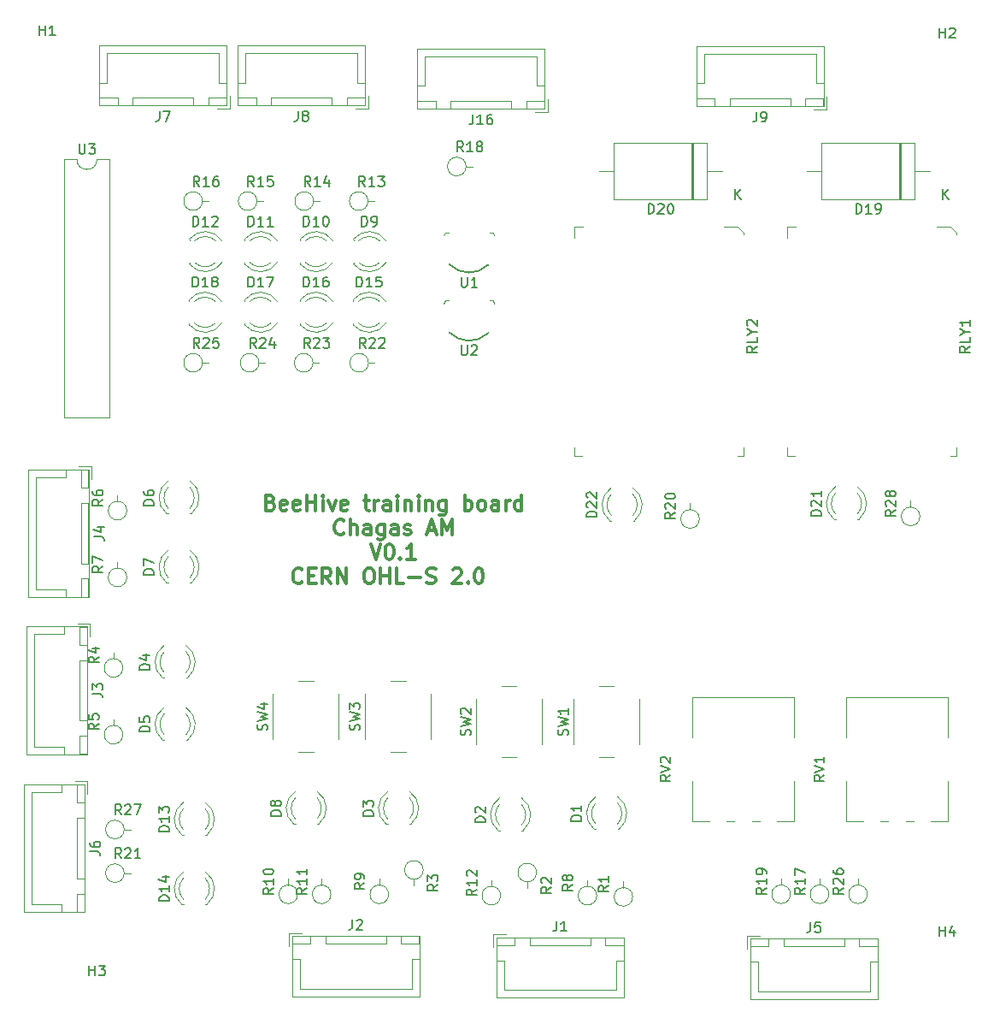
<source format=gbr>
%TF.GenerationSoftware,KiCad,Pcbnew,(6.0.2)*%
%TF.CreationDate,2022-11-07T20:40:14+00:00*%
%TF.ProjectId,testing_board,74657374-696e-4675-9f62-6f6172642e6b,rev?*%
%TF.SameCoordinates,Original*%
%TF.FileFunction,Legend,Top*%
%TF.FilePolarity,Positive*%
%FSLAX46Y46*%
G04 Gerber Fmt 4.6, Leading zero omitted, Abs format (unit mm)*
G04 Created by KiCad (PCBNEW (6.0.2)) date 2022-11-07 20:40:14*
%MOMM*%
%LPD*%
G01*
G04 APERTURE LIST*
%ADD10C,0.300000*%
%ADD11C,0.150000*%
%ADD12C,0.120000*%
%ADD13C,0.100000*%
G04 APERTURE END LIST*
D10*
X63821428Y-68020357D02*
X64035714Y-68091785D01*
X64107142Y-68163214D01*
X64178571Y-68306071D01*
X64178571Y-68520357D01*
X64107142Y-68663214D01*
X64035714Y-68734642D01*
X63892857Y-68806071D01*
X63321428Y-68806071D01*
X63321428Y-67306071D01*
X63821428Y-67306071D01*
X63964285Y-67377500D01*
X64035714Y-67448928D01*
X64107142Y-67591785D01*
X64107142Y-67734642D01*
X64035714Y-67877500D01*
X63964285Y-67948928D01*
X63821428Y-68020357D01*
X63321428Y-68020357D01*
X65392857Y-68734642D02*
X65250000Y-68806071D01*
X64964285Y-68806071D01*
X64821428Y-68734642D01*
X64750000Y-68591785D01*
X64750000Y-68020357D01*
X64821428Y-67877500D01*
X64964285Y-67806071D01*
X65250000Y-67806071D01*
X65392857Y-67877500D01*
X65464285Y-68020357D01*
X65464285Y-68163214D01*
X64750000Y-68306071D01*
X66678571Y-68734642D02*
X66535714Y-68806071D01*
X66250000Y-68806071D01*
X66107142Y-68734642D01*
X66035714Y-68591785D01*
X66035714Y-68020357D01*
X66107142Y-67877500D01*
X66250000Y-67806071D01*
X66535714Y-67806071D01*
X66678571Y-67877500D01*
X66750000Y-68020357D01*
X66750000Y-68163214D01*
X66035714Y-68306071D01*
X67392857Y-68806071D02*
X67392857Y-67306071D01*
X67392857Y-68020357D02*
X68250000Y-68020357D01*
X68250000Y-68806071D02*
X68250000Y-67306071D01*
X68964285Y-68806071D02*
X68964285Y-67806071D01*
X68964285Y-67306071D02*
X68892857Y-67377500D01*
X68964285Y-67448928D01*
X69035714Y-67377500D01*
X68964285Y-67306071D01*
X68964285Y-67448928D01*
X69535714Y-67806071D02*
X69892857Y-68806071D01*
X70250000Y-67806071D01*
X71392857Y-68734642D02*
X71250000Y-68806071D01*
X70964285Y-68806071D01*
X70821428Y-68734642D01*
X70750000Y-68591785D01*
X70750000Y-68020357D01*
X70821428Y-67877500D01*
X70964285Y-67806071D01*
X71250000Y-67806071D01*
X71392857Y-67877500D01*
X71464285Y-68020357D01*
X71464285Y-68163214D01*
X70750000Y-68306071D01*
X73035714Y-67806071D02*
X73607142Y-67806071D01*
X73250000Y-67306071D02*
X73250000Y-68591785D01*
X73321428Y-68734642D01*
X73464285Y-68806071D01*
X73607142Y-68806071D01*
X74107142Y-68806071D02*
X74107142Y-67806071D01*
X74107142Y-68091785D02*
X74178571Y-67948928D01*
X74250000Y-67877500D01*
X74392857Y-67806071D01*
X74535714Y-67806071D01*
X75678571Y-68806071D02*
X75678571Y-68020357D01*
X75607142Y-67877500D01*
X75464285Y-67806071D01*
X75178571Y-67806071D01*
X75035714Y-67877500D01*
X75678571Y-68734642D02*
X75535714Y-68806071D01*
X75178571Y-68806071D01*
X75035714Y-68734642D01*
X74964285Y-68591785D01*
X74964285Y-68448928D01*
X75035714Y-68306071D01*
X75178571Y-68234642D01*
X75535714Y-68234642D01*
X75678571Y-68163214D01*
X76392857Y-68806071D02*
X76392857Y-67806071D01*
X76392857Y-67306071D02*
X76321428Y-67377500D01*
X76392857Y-67448928D01*
X76464285Y-67377500D01*
X76392857Y-67306071D01*
X76392857Y-67448928D01*
X77107142Y-67806071D02*
X77107142Y-68806071D01*
X77107142Y-67948928D02*
X77178571Y-67877500D01*
X77321428Y-67806071D01*
X77535714Y-67806071D01*
X77678571Y-67877500D01*
X77750000Y-68020357D01*
X77750000Y-68806071D01*
X78464285Y-68806071D02*
X78464285Y-67806071D01*
X78464285Y-67306071D02*
X78392857Y-67377500D01*
X78464285Y-67448928D01*
X78535714Y-67377500D01*
X78464285Y-67306071D01*
X78464285Y-67448928D01*
X79178571Y-67806071D02*
X79178571Y-68806071D01*
X79178571Y-67948928D02*
X79250000Y-67877500D01*
X79392857Y-67806071D01*
X79607142Y-67806071D01*
X79750000Y-67877500D01*
X79821428Y-68020357D01*
X79821428Y-68806071D01*
X81178571Y-67806071D02*
X81178571Y-69020357D01*
X81107142Y-69163214D01*
X81035714Y-69234642D01*
X80892857Y-69306071D01*
X80678571Y-69306071D01*
X80535714Y-69234642D01*
X81178571Y-68734642D02*
X81035714Y-68806071D01*
X80750000Y-68806071D01*
X80607142Y-68734642D01*
X80535714Y-68663214D01*
X80464285Y-68520357D01*
X80464285Y-68091785D01*
X80535714Y-67948928D01*
X80607142Y-67877500D01*
X80750000Y-67806071D01*
X81035714Y-67806071D01*
X81178571Y-67877500D01*
X83035714Y-68806071D02*
X83035714Y-67306071D01*
X83035714Y-67877500D02*
X83178571Y-67806071D01*
X83464285Y-67806071D01*
X83607142Y-67877500D01*
X83678571Y-67948928D01*
X83750000Y-68091785D01*
X83750000Y-68520357D01*
X83678571Y-68663214D01*
X83607142Y-68734642D01*
X83464285Y-68806071D01*
X83178571Y-68806071D01*
X83035714Y-68734642D01*
X84607142Y-68806071D02*
X84464285Y-68734642D01*
X84392857Y-68663214D01*
X84321428Y-68520357D01*
X84321428Y-68091785D01*
X84392857Y-67948928D01*
X84464285Y-67877500D01*
X84607142Y-67806071D01*
X84821428Y-67806071D01*
X84964285Y-67877500D01*
X85035714Y-67948928D01*
X85107142Y-68091785D01*
X85107142Y-68520357D01*
X85035714Y-68663214D01*
X84964285Y-68734642D01*
X84821428Y-68806071D01*
X84607142Y-68806071D01*
X86392857Y-68806071D02*
X86392857Y-68020357D01*
X86321428Y-67877500D01*
X86178571Y-67806071D01*
X85892857Y-67806071D01*
X85750000Y-67877500D01*
X86392857Y-68734642D02*
X86250000Y-68806071D01*
X85892857Y-68806071D01*
X85750000Y-68734642D01*
X85678571Y-68591785D01*
X85678571Y-68448928D01*
X85750000Y-68306071D01*
X85892857Y-68234642D01*
X86250000Y-68234642D01*
X86392857Y-68163214D01*
X87107142Y-68806071D02*
X87107142Y-67806071D01*
X87107142Y-68091785D02*
X87178571Y-67948928D01*
X87250000Y-67877500D01*
X87392857Y-67806071D01*
X87535714Y-67806071D01*
X88678571Y-68806071D02*
X88678571Y-67306071D01*
X88678571Y-68734642D02*
X88535714Y-68806071D01*
X88250000Y-68806071D01*
X88107142Y-68734642D01*
X88035714Y-68663214D01*
X87964285Y-68520357D01*
X87964285Y-68091785D01*
X88035714Y-67948928D01*
X88107142Y-67877500D01*
X88250000Y-67806071D01*
X88535714Y-67806071D01*
X88678571Y-67877500D01*
X71071428Y-71078214D02*
X71000000Y-71149642D01*
X70785714Y-71221071D01*
X70642857Y-71221071D01*
X70428571Y-71149642D01*
X70285714Y-71006785D01*
X70214285Y-70863928D01*
X70142857Y-70578214D01*
X70142857Y-70363928D01*
X70214285Y-70078214D01*
X70285714Y-69935357D01*
X70428571Y-69792500D01*
X70642857Y-69721071D01*
X70785714Y-69721071D01*
X71000000Y-69792500D01*
X71071428Y-69863928D01*
X71714285Y-71221071D02*
X71714285Y-69721071D01*
X72357142Y-71221071D02*
X72357142Y-70435357D01*
X72285714Y-70292500D01*
X72142857Y-70221071D01*
X71928571Y-70221071D01*
X71785714Y-70292500D01*
X71714285Y-70363928D01*
X73714285Y-71221071D02*
X73714285Y-70435357D01*
X73642857Y-70292500D01*
X73500000Y-70221071D01*
X73214285Y-70221071D01*
X73071428Y-70292500D01*
X73714285Y-71149642D02*
X73571428Y-71221071D01*
X73214285Y-71221071D01*
X73071428Y-71149642D01*
X73000000Y-71006785D01*
X73000000Y-70863928D01*
X73071428Y-70721071D01*
X73214285Y-70649642D01*
X73571428Y-70649642D01*
X73714285Y-70578214D01*
X75071428Y-70221071D02*
X75071428Y-71435357D01*
X75000000Y-71578214D01*
X74928571Y-71649642D01*
X74785714Y-71721071D01*
X74571428Y-71721071D01*
X74428571Y-71649642D01*
X75071428Y-71149642D02*
X74928571Y-71221071D01*
X74642857Y-71221071D01*
X74500000Y-71149642D01*
X74428571Y-71078214D01*
X74357142Y-70935357D01*
X74357142Y-70506785D01*
X74428571Y-70363928D01*
X74500000Y-70292500D01*
X74642857Y-70221071D01*
X74928571Y-70221071D01*
X75071428Y-70292500D01*
X76428571Y-71221071D02*
X76428571Y-70435357D01*
X76357142Y-70292500D01*
X76214285Y-70221071D01*
X75928571Y-70221071D01*
X75785714Y-70292500D01*
X76428571Y-71149642D02*
X76285714Y-71221071D01*
X75928571Y-71221071D01*
X75785714Y-71149642D01*
X75714285Y-71006785D01*
X75714285Y-70863928D01*
X75785714Y-70721071D01*
X75928571Y-70649642D01*
X76285714Y-70649642D01*
X76428571Y-70578214D01*
X77071428Y-71149642D02*
X77214285Y-71221071D01*
X77500000Y-71221071D01*
X77642857Y-71149642D01*
X77714285Y-71006785D01*
X77714285Y-70935357D01*
X77642857Y-70792500D01*
X77500000Y-70721071D01*
X77285714Y-70721071D01*
X77142857Y-70649642D01*
X77071428Y-70506785D01*
X77071428Y-70435357D01*
X77142857Y-70292500D01*
X77285714Y-70221071D01*
X77500000Y-70221071D01*
X77642857Y-70292500D01*
X79428571Y-70792500D02*
X80142857Y-70792500D01*
X79285714Y-71221071D02*
X79785714Y-69721071D01*
X80285714Y-71221071D01*
X80785714Y-71221071D02*
X80785714Y-69721071D01*
X81285714Y-70792500D01*
X81785714Y-69721071D01*
X81785714Y-71221071D01*
X73714285Y-72136071D02*
X74214285Y-73636071D01*
X74714285Y-72136071D01*
X75500000Y-72136071D02*
X75642857Y-72136071D01*
X75785714Y-72207500D01*
X75857142Y-72278928D01*
X75928571Y-72421785D01*
X76000000Y-72707500D01*
X76000000Y-73064642D01*
X75928571Y-73350357D01*
X75857142Y-73493214D01*
X75785714Y-73564642D01*
X75642857Y-73636071D01*
X75500000Y-73636071D01*
X75357142Y-73564642D01*
X75285714Y-73493214D01*
X75214285Y-73350357D01*
X75142857Y-73064642D01*
X75142857Y-72707500D01*
X75214285Y-72421785D01*
X75285714Y-72278928D01*
X75357142Y-72207500D01*
X75500000Y-72136071D01*
X76642857Y-73493214D02*
X76714285Y-73564642D01*
X76642857Y-73636071D01*
X76571428Y-73564642D01*
X76642857Y-73493214D01*
X76642857Y-73636071D01*
X78142857Y-73636071D02*
X77285714Y-73636071D01*
X77714285Y-73636071D02*
X77714285Y-72136071D01*
X77571428Y-72350357D01*
X77428571Y-72493214D01*
X77285714Y-72564642D01*
X66928571Y-75908214D02*
X66857142Y-75979642D01*
X66642857Y-76051071D01*
X66500000Y-76051071D01*
X66285714Y-75979642D01*
X66142857Y-75836785D01*
X66071428Y-75693928D01*
X66000000Y-75408214D01*
X66000000Y-75193928D01*
X66071428Y-74908214D01*
X66142857Y-74765357D01*
X66285714Y-74622500D01*
X66500000Y-74551071D01*
X66642857Y-74551071D01*
X66857142Y-74622500D01*
X66928571Y-74693928D01*
X67571428Y-75265357D02*
X68071428Y-75265357D01*
X68285714Y-76051071D02*
X67571428Y-76051071D01*
X67571428Y-74551071D01*
X68285714Y-74551071D01*
X69785714Y-76051071D02*
X69285714Y-75336785D01*
X68928571Y-76051071D02*
X68928571Y-74551071D01*
X69500000Y-74551071D01*
X69642857Y-74622500D01*
X69714285Y-74693928D01*
X69785714Y-74836785D01*
X69785714Y-75051071D01*
X69714285Y-75193928D01*
X69642857Y-75265357D01*
X69500000Y-75336785D01*
X68928571Y-75336785D01*
X70428571Y-76051071D02*
X70428571Y-74551071D01*
X71285714Y-76051071D01*
X71285714Y-74551071D01*
X73428571Y-74551071D02*
X73714285Y-74551071D01*
X73857142Y-74622500D01*
X74000000Y-74765357D01*
X74071428Y-75051071D01*
X74071428Y-75551071D01*
X74000000Y-75836785D01*
X73857142Y-75979642D01*
X73714285Y-76051071D01*
X73428571Y-76051071D01*
X73285714Y-75979642D01*
X73142857Y-75836785D01*
X73071428Y-75551071D01*
X73071428Y-75051071D01*
X73142857Y-74765357D01*
X73285714Y-74622500D01*
X73428571Y-74551071D01*
X74714285Y-76051071D02*
X74714285Y-74551071D01*
X74714285Y-75265357D02*
X75571428Y-75265357D01*
X75571428Y-76051071D02*
X75571428Y-74551071D01*
X77000000Y-76051071D02*
X76285714Y-76051071D01*
X76285714Y-74551071D01*
X77500000Y-75479642D02*
X78642857Y-75479642D01*
X79285714Y-75979642D02*
X79500000Y-76051071D01*
X79857142Y-76051071D01*
X80000000Y-75979642D01*
X80071428Y-75908214D01*
X80142857Y-75765357D01*
X80142857Y-75622500D01*
X80071428Y-75479642D01*
X80000000Y-75408214D01*
X79857142Y-75336785D01*
X79571428Y-75265357D01*
X79428571Y-75193928D01*
X79357142Y-75122500D01*
X79285714Y-74979642D01*
X79285714Y-74836785D01*
X79357142Y-74693928D01*
X79428571Y-74622500D01*
X79571428Y-74551071D01*
X79928571Y-74551071D01*
X80142857Y-74622500D01*
X81857142Y-74693928D02*
X81928571Y-74622500D01*
X82071428Y-74551071D01*
X82428571Y-74551071D01*
X82571428Y-74622500D01*
X82642857Y-74693928D01*
X82714285Y-74836785D01*
X82714285Y-74979642D01*
X82642857Y-75193928D01*
X81785714Y-76051071D01*
X82714285Y-76051071D01*
X83357142Y-75908214D02*
X83428571Y-75979642D01*
X83357142Y-76051071D01*
X83285714Y-75979642D01*
X83357142Y-75908214D01*
X83357142Y-76051071D01*
X84357142Y-74551071D02*
X84500000Y-74551071D01*
X84642857Y-74622500D01*
X84714285Y-74693928D01*
X84785714Y-74836785D01*
X84857142Y-75122500D01*
X84857142Y-75479642D01*
X84785714Y-75765357D01*
X84714285Y-75908214D01*
X84642857Y-75979642D01*
X84500000Y-76051071D01*
X84357142Y-76051071D01*
X84214285Y-75979642D01*
X84142857Y-75908214D01*
X84071428Y-75765357D01*
X84000000Y-75479642D01*
X84000000Y-75122500D01*
X84071428Y-74836785D01*
X84142857Y-74693928D01*
X84214285Y-74622500D01*
X84357142Y-74551071D01*
D11*
%TO.C,D1*%
X94591380Y-99544095D02*
X93591380Y-99544095D01*
X93591380Y-99306000D01*
X93639000Y-99163142D01*
X93734238Y-99067904D01*
X93829476Y-99020285D01*
X94019952Y-98972666D01*
X94162809Y-98972666D01*
X94353285Y-99020285D01*
X94448523Y-99067904D01*
X94543761Y-99163142D01*
X94591380Y-99306000D01*
X94591380Y-99544095D01*
X94591380Y-98020285D02*
X94591380Y-98591714D01*
X94591380Y-98306000D02*
X93591380Y-98306000D01*
X93734238Y-98401238D01*
X93829476Y-98496476D01*
X93877095Y-98591714D01*
%TO.C,D3*%
X73970380Y-99036095D02*
X72970380Y-99036095D01*
X72970380Y-98798000D01*
X73018000Y-98655142D01*
X73113238Y-98559904D01*
X73208476Y-98512285D01*
X73398952Y-98464666D01*
X73541809Y-98464666D01*
X73732285Y-98512285D01*
X73827523Y-98559904D01*
X73922761Y-98655142D01*
X73970380Y-98798000D01*
X73970380Y-99036095D01*
X72970380Y-98131333D02*
X72970380Y-97512285D01*
X73351333Y-97845619D01*
X73351333Y-97702761D01*
X73398952Y-97607523D01*
X73446571Y-97559904D01*
X73541809Y-97512285D01*
X73779904Y-97512285D01*
X73875142Y-97559904D01*
X73922761Y-97607523D01*
X73970380Y-97702761D01*
X73970380Y-97988476D01*
X73922761Y-98083714D01*
X73875142Y-98131333D01*
%TO.C,D4*%
X51838380Y-84571095D02*
X50838380Y-84571095D01*
X50838380Y-84333000D01*
X50886000Y-84190142D01*
X50981238Y-84094904D01*
X51076476Y-84047285D01*
X51266952Y-83999666D01*
X51409809Y-83999666D01*
X51600285Y-84047285D01*
X51695523Y-84094904D01*
X51790761Y-84190142D01*
X51838380Y-84333000D01*
X51838380Y-84571095D01*
X51171714Y-83142523D02*
X51838380Y-83142523D01*
X50790761Y-83380619D02*
X51505047Y-83618714D01*
X51505047Y-82999666D01*
%TO.C,D5*%
X51838380Y-90722095D02*
X50838380Y-90722095D01*
X50838380Y-90484000D01*
X50886000Y-90341142D01*
X50981238Y-90245904D01*
X51076476Y-90198285D01*
X51266952Y-90150666D01*
X51409809Y-90150666D01*
X51600285Y-90198285D01*
X51695523Y-90245904D01*
X51790761Y-90341142D01*
X51838380Y-90484000D01*
X51838380Y-90722095D01*
X50838380Y-89245904D02*
X50838380Y-89722095D01*
X51314571Y-89769714D01*
X51266952Y-89722095D01*
X51219333Y-89626857D01*
X51219333Y-89388761D01*
X51266952Y-89293523D01*
X51314571Y-89245904D01*
X51409809Y-89198285D01*
X51647904Y-89198285D01*
X51743142Y-89245904D01*
X51790761Y-89293523D01*
X51838380Y-89388761D01*
X51838380Y-89626857D01*
X51790761Y-89722095D01*
X51743142Y-89769714D01*
%TO.C,D6*%
X52229380Y-68302095D02*
X51229380Y-68302095D01*
X51229380Y-68064000D01*
X51277000Y-67921142D01*
X51372238Y-67825904D01*
X51467476Y-67778285D01*
X51657952Y-67730666D01*
X51800809Y-67730666D01*
X51991285Y-67778285D01*
X52086523Y-67825904D01*
X52181761Y-67921142D01*
X52229380Y-68064000D01*
X52229380Y-68302095D01*
X51229380Y-66873523D02*
X51229380Y-67064000D01*
X51277000Y-67159238D01*
X51324619Y-67206857D01*
X51467476Y-67302095D01*
X51657952Y-67349714D01*
X52038904Y-67349714D01*
X52134142Y-67302095D01*
X52181761Y-67254476D01*
X52229380Y-67159238D01*
X52229380Y-66968761D01*
X52181761Y-66873523D01*
X52134142Y-66825904D01*
X52038904Y-66778285D01*
X51800809Y-66778285D01*
X51705571Y-66825904D01*
X51657952Y-66873523D01*
X51610333Y-66968761D01*
X51610333Y-67159238D01*
X51657952Y-67254476D01*
X51705571Y-67302095D01*
X51800809Y-67349714D01*
%TO.C,D7*%
X52229380Y-75160095D02*
X51229380Y-75160095D01*
X51229380Y-74922000D01*
X51277000Y-74779142D01*
X51372238Y-74683904D01*
X51467476Y-74636285D01*
X51657952Y-74588666D01*
X51800809Y-74588666D01*
X51991285Y-74636285D01*
X52086523Y-74683904D01*
X52181761Y-74779142D01*
X52229380Y-74922000D01*
X52229380Y-75160095D01*
X51229380Y-74255333D02*
X51229380Y-73588666D01*
X52229380Y-74017238D01*
%TO.C,D8*%
X64826380Y-99036095D02*
X63826380Y-99036095D01*
X63826380Y-98798000D01*
X63874000Y-98655142D01*
X63969238Y-98559904D01*
X64064476Y-98512285D01*
X64254952Y-98464666D01*
X64397809Y-98464666D01*
X64588285Y-98512285D01*
X64683523Y-98559904D01*
X64778761Y-98655142D01*
X64826380Y-98798000D01*
X64826380Y-99036095D01*
X64254952Y-97893238D02*
X64207333Y-97988476D01*
X64159714Y-98036095D01*
X64064476Y-98083714D01*
X64016857Y-98083714D01*
X63921619Y-98036095D01*
X63874000Y-97988476D01*
X63826380Y-97893238D01*
X63826380Y-97702761D01*
X63874000Y-97607523D01*
X63921619Y-97559904D01*
X64016857Y-97512285D01*
X64064476Y-97512285D01*
X64159714Y-97559904D01*
X64207333Y-97607523D01*
X64254952Y-97702761D01*
X64254952Y-97893238D01*
X64302571Y-97988476D01*
X64350190Y-98036095D01*
X64445428Y-98083714D01*
X64635904Y-98083714D01*
X64731142Y-98036095D01*
X64778761Y-97988476D01*
X64826380Y-97893238D01*
X64826380Y-97702761D01*
X64778761Y-97607523D01*
X64731142Y-97559904D01*
X64635904Y-97512285D01*
X64445428Y-97512285D01*
X64350190Y-97559904D01*
X64302571Y-97607523D01*
X64254952Y-97702761D01*
%TO.C,D9*%
X72831904Y-40692380D02*
X72831904Y-39692380D01*
X73070000Y-39692380D01*
X73212857Y-39740000D01*
X73308095Y-39835238D01*
X73355714Y-39930476D01*
X73403333Y-40120952D01*
X73403333Y-40263809D01*
X73355714Y-40454285D01*
X73308095Y-40549523D01*
X73212857Y-40644761D01*
X73070000Y-40692380D01*
X72831904Y-40692380D01*
X73879523Y-40692380D02*
X74070000Y-40692380D01*
X74165238Y-40644761D01*
X74212857Y-40597142D01*
X74308095Y-40454285D01*
X74355714Y-40263809D01*
X74355714Y-39882857D01*
X74308095Y-39787619D01*
X74260476Y-39740000D01*
X74165238Y-39692380D01*
X73974761Y-39692380D01*
X73879523Y-39740000D01*
X73831904Y-39787619D01*
X73784285Y-39882857D01*
X73784285Y-40120952D01*
X73831904Y-40216190D01*
X73879523Y-40263809D01*
X73974761Y-40311428D01*
X74165238Y-40311428D01*
X74260476Y-40263809D01*
X74308095Y-40216190D01*
X74355714Y-40120952D01*
%TO.C,D10*%
X67080714Y-40692380D02*
X67080714Y-39692380D01*
X67318809Y-39692380D01*
X67461666Y-39740000D01*
X67556904Y-39835238D01*
X67604523Y-39930476D01*
X67652142Y-40120952D01*
X67652142Y-40263809D01*
X67604523Y-40454285D01*
X67556904Y-40549523D01*
X67461666Y-40644761D01*
X67318809Y-40692380D01*
X67080714Y-40692380D01*
X68604523Y-40692380D02*
X68033095Y-40692380D01*
X68318809Y-40692380D02*
X68318809Y-39692380D01*
X68223571Y-39835238D01*
X68128333Y-39930476D01*
X68033095Y-39978095D01*
X69223571Y-39692380D02*
X69318809Y-39692380D01*
X69414047Y-39740000D01*
X69461666Y-39787619D01*
X69509285Y-39882857D01*
X69556904Y-40073333D01*
X69556904Y-40311428D01*
X69509285Y-40501904D01*
X69461666Y-40597142D01*
X69414047Y-40644761D01*
X69318809Y-40692380D01*
X69223571Y-40692380D01*
X69128333Y-40644761D01*
X69080714Y-40597142D01*
X69033095Y-40501904D01*
X68985476Y-40311428D01*
X68985476Y-40073333D01*
X69033095Y-39882857D01*
X69080714Y-39787619D01*
X69128333Y-39740000D01*
X69223571Y-39692380D01*
%TO.C,D11*%
X61580714Y-40692380D02*
X61580714Y-39692380D01*
X61818809Y-39692380D01*
X61961666Y-39740000D01*
X62056904Y-39835238D01*
X62104523Y-39930476D01*
X62152142Y-40120952D01*
X62152142Y-40263809D01*
X62104523Y-40454285D01*
X62056904Y-40549523D01*
X61961666Y-40644761D01*
X61818809Y-40692380D01*
X61580714Y-40692380D01*
X63104523Y-40692380D02*
X62533095Y-40692380D01*
X62818809Y-40692380D02*
X62818809Y-39692380D01*
X62723571Y-39835238D01*
X62628333Y-39930476D01*
X62533095Y-39978095D01*
X64056904Y-40692380D02*
X63485476Y-40692380D01*
X63771190Y-40692380D02*
X63771190Y-39692380D01*
X63675952Y-39835238D01*
X63580714Y-39930476D01*
X63485476Y-39978095D01*
%TO.C,D12*%
X56105714Y-40692380D02*
X56105714Y-39692380D01*
X56343809Y-39692380D01*
X56486666Y-39740000D01*
X56581904Y-39835238D01*
X56629523Y-39930476D01*
X56677142Y-40120952D01*
X56677142Y-40263809D01*
X56629523Y-40454285D01*
X56581904Y-40549523D01*
X56486666Y-40644761D01*
X56343809Y-40692380D01*
X56105714Y-40692380D01*
X57629523Y-40692380D02*
X57058095Y-40692380D01*
X57343809Y-40692380D02*
X57343809Y-39692380D01*
X57248571Y-39835238D01*
X57153333Y-39930476D01*
X57058095Y-39978095D01*
X58010476Y-39787619D02*
X58058095Y-39740000D01*
X58153333Y-39692380D01*
X58391428Y-39692380D01*
X58486666Y-39740000D01*
X58534285Y-39787619D01*
X58581904Y-39882857D01*
X58581904Y-39978095D01*
X58534285Y-40120952D01*
X57962857Y-40692380D01*
X58581904Y-40692380D01*
%TO.C,D13*%
X53742380Y-100586285D02*
X52742380Y-100586285D01*
X52742380Y-100348190D01*
X52790000Y-100205333D01*
X52885238Y-100110095D01*
X52980476Y-100062476D01*
X53170952Y-100014857D01*
X53313809Y-100014857D01*
X53504285Y-100062476D01*
X53599523Y-100110095D01*
X53694761Y-100205333D01*
X53742380Y-100348190D01*
X53742380Y-100586285D01*
X53742380Y-99062476D02*
X53742380Y-99633904D01*
X53742380Y-99348190D02*
X52742380Y-99348190D01*
X52885238Y-99443428D01*
X52980476Y-99538666D01*
X53028095Y-99633904D01*
X52742380Y-98729142D02*
X52742380Y-98110095D01*
X53123333Y-98443428D01*
X53123333Y-98300571D01*
X53170952Y-98205333D01*
X53218571Y-98157714D01*
X53313809Y-98110095D01*
X53551904Y-98110095D01*
X53647142Y-98157714D01*
X53694761Y-98205333D01*
X53742380Y-98300571D01*
X53742380Y-98586285D01*
X53694761Y-98681523D01*
X53647142Y-98729142D01*
%TO.C,D14*%
X53742380Y-107469285D02*
X52742380Y-107469285D01*
X52742380Y-107231190D01*
X52790000Y-107088333D01*
X52885238Y-106993095D01*
X52980476Y-106945476D01*
X53170952Y-106897857D01*
X53313809Y-106897857D01*
X53504285Y-106945476D01*
X53599523Y-106993095D01*
X53694761Y-107088333D01*
X53742380Y-107231190D01*
X53742380Y-107469285D01*
X53742380Y-105945476D02*
X53742380Y-106516904D01*
X53742380Y-106231190D02*
X52742380Y-106231190D01*
X52885238Y-106326428D01*
X52980476Y-106421666D01*
X53028095Y-106516904D01*
X53075714Y-105088333D02*
X53742380Y-105088333D01*
X52694761Y-105326428D02*
X53409047Y-105564523D01*
X53409047Y-104945476D01*
%TO.C,D15*%
X72330714Y-46692380D02*
X72330714Y-45692380D01*
X72568809Y-45692380D01*
X72711666Y-45740000D01*
X72806904Y-45835238D01*
X72854523Y-45930476D01*
X72902142Y-46120952D01*
X72902142Y-46263809D01*
X72854523Y-46454285D01*
X72806904Y-46549523D01*
X72711666Y-46644761D01*
X72568809Y-46692380D01*
X72330714Y-46692380D01*
X73854523Y-46692380D02*
X73283095Y-46692380D01*
X73568809Y-46692380D02*
X73568809Y-45692380D01*
X73473571Y-45835238D01*
X73378333Y-45930476D01*
X73283095Y-45978095D01*
X74759285Y-45692380D02*
X74283095Y-45692380D01*
X74235476Y-46168571D01*
X74283095Y-46120952D01*
X74378333Y-46073333D01*
X74616428Y-46073333D01*
X74711666Y-46120952D01*
X74759285Y-46168571D01*
X74806904Y-46263809D01*
X74806904Y-46501904D01*
X74759285Y-46597142D01*
X74711666Y-46644761D01*
X74616428Y-46692380D01*
X74378333Y-46692380D01*
X74283095Y-46644761D01*
X74235476Y-46597142D01*
%TO.C,D16*%
X67080714Y-46692380D02*
X67080714Y-45692380D01*
X67318809Y-45692380D01*
X67461666Y-45740000D01*
X67556904Y-45835238D01*
X67604523Y-45930476D01*
X67652142Y-46120952D01*
X67652142Y-46263809D01*
X67604523Y-46454285D01*
X67556904Y-46549523D01*
X67461666Y-46644761D01*
X67318809Y-46692380D01*
X67080714Y-46692380D01*
X68604523Y-46692380D02*
X68033095Y-46692380D01*
X68318809Y-46692380D02*
X68318809Y-45692380D01*
X68223571Y-45835238D01*
X68128333Y-45930476D01*
X68033095Y-45978095D01*
X69461666Y-45692380D02*
X69271190Y-45692380D01*
X69175952Y-45740000D01*
X69128333Y-45787619D01*
X69033095Y-45930476D01*
X68985476Y-46120952D01*
X68985476Y-46501904D01*
X69033095Y-46597142D01*
X69080714Y-46644761D01*
X69175952Y-46692380D01*
X69366428Y-46692380D01*
X69461666Y-46644761D01*
X69509285Y-46597142D01*
X69556904Y-46501904D01*
X69556904Y-46263809D01*
X69509285Y-46168571D01*
X69461666Y-46120952D01*
X69366428Y-46073333D01*
X69175952Y-46073333D01*
X69080714Y-46120952D01*
X69033095Y-46168571D01*
X68985476Y-46263809D01*
%TO.C,D17*%
X61580714Y-46692380D02*
X61580714Y-45692380D01*
X61818809Y-45692380D01*
X61961666Y-45740000D01*
X62056904Y-45835238D01*
X62104523Y-45930476D01*
X62152142Y-46120952D01*
X62152142Y-46263809D01*
X62104523Y-46454285D01*
X62056904Y-46549523D01*
X61961666Y-46644761D01*
X61818809Y-46692380D01*
X61580714Y-46692380D01*
X63104523Y-46692380D02*
X62533095Y-46692380D01*
X62818809Y-46692380D02*
X62818809Y-45692380D01*
X62723571Y-45835238D01*
X62628333Y-45930476D01*
X62533095Y-45978095D01*
X63437857Y-45692380D02*
X64104523Y-45692380D01*
X63675952Y-46692380D01*
%TO.C,D18*%
X56080714Y-46692380D02*
X56080714Y-45692380D01*
X56318809Y-45692380D01*
X56461666Y-45740000D01*
X56556904Y-45835238D01*
X56604523Y-45930476D01*
X56652142Y-46120952D01*
X56652142Y-46263809D01*
X56604523Y-46454285D01*
X56556904Y-46549523D01*
X56461666Y-46644761D01*
X56318809Y-46692380D01*
X56080714Y-46692380D01*
X57604523Y-46692380D02*
X57033095Y-46692380D01*
X57318809Y-46692380D02*
X57318809Y-45692380D01*
X57223571Y-45835238D01*
X57128333Y-45930476D01*
X57033095Y-45978095D01*
X58175952Y-46120952D02*
X58080714Y-46073333D01*
X58033095Y-46025714D01*
X57985476Y-45930476D01*
X57985476Y-45882857D01*
X58033095Y-45787619D01*
X58080714Y-45740000D01*
X58175952Y-45692380D01*
X58366428Y-45692380D01*
X58461666Y-45740000D01*
X58509285Y-45787619D01*
X58556904Y-45882857D01*
X58556904Y-45930476D01*
X58509285Y-46025714D01*
X58461666Y-46073333D01*
X58366428Y-46120952D01*
X58175952Y-46120952D01*
X58080714Y-46168571D01*
X58033095Y-46216190D01*
X57985476Y-46311428D01*
X57985476Y-46501904D01*
X58033095Y-46597142D01*
X58080714Y-46644761D01*
X58175952Y-46692380D01*
X58366428Y-46692380D01*
X58461666Y-46644761D01*
X58509285Y-46597142D01*
X58556904Y-46501904D01*
X58556904Y-46311428D01*
X58509285Y-46216190D01*
X58461666Y-46168571D01*
X58366428Y-46120952D01*
%TO.C,J1*%
X92133666Y-109440380D02*
X92133666Y-110154666D01*
X92086047Y-110297523D01*
X91990809Y-110392761D01*
X91847952Y-110440380D01*
X91752714Y-110440380D01*
X93133666Y-110440380D02*
X92562238Y-110440380D01*
X92847952Y-110440380D02*
X92847952Y-109440380D01*
X92752714Y-109583238D01*
X92657476Y-109678476D01*
X92562238Y-109726095D01*
%TO.C,J2*%
X71893666Y-109313380D02*
X71893666Y-110027666D01*
X71846047Y-110170523D01*
X71750809Y-110265761D01*
X71607952Y-110313380D01*
X71512714Y-110313380D01*
X72322238Y-109408619D02*
X72369857Y-109361000D01*
X72465095Y-109313380D01*
X72703190Y-109313380D01*
X72798428Y-109361000D01*
X72846047Y-109408619D01*
X72893666Y-109503857D01*
X72893666Y-109599095D01*
X72846047Y-109741952D01*
X72274619Y-110313380D01*
X72893666Y-110313380D01*
%TO.C,J3*%
X46172380Y-86955333D02*
X46886666Y-86955333D01*
X47029523Y-87002952D01*
X47124761Y-87098190D01*
X47172380Y-87241047D01*
X47172380Y-87336285D01*
X46172380Y-86574380D02*
X46172380Y-85955333D01*
X46553333Y-86288666D01*
X46553333Y-86145809D01*
X46600952Y-86050571D01*
X46648571Y-86002952D01*
X46743809Y-85955333D01*
X46981904Y-85955333D01*
X47077142Y-86002952D01*
X47124761Y-86050571D01*
X47172380Y-86145809D01*
X47172380Y-86431523D01*
X47124761Y-86526761D01*
X47077142Y-86574380D01*
%TO.C,J4*%
X46309380Y-71393333D02*
X47023666Y-71393333D01*
X47166523Y-71440952D01*
X47261761Y-71536190D01*
X47309380Y-71679047D01*
X47309380Y-71774285D01*
X46642714Y-70488571D02*
X47309380Y-70488571D01*
X46261761Y-70726666D02*
X46976047Y-70964761D01*
X46976047Y-70345714D01*
%TO.C,J5*%
X117286665Y-109560379D02*
X117286665Y-110274665D01*
X117239046Y-110417522D01*
X117143808Y-110512760D01*
X117000951Y-110560379D01*
X116905713Y-110560379D01*
X118239046Y-109560379D02*
X117762856Y-109560379D01*
X117715237Y-110036570D01*
X117762856Y-109988951D01*
X117858094Y-109941332D01*
X118096189Y-109941332D01*
X118191427Y-109988951D01*
X118239046Y-110036570D01*
X118286665Y-110131808D01*
X118286665Y-110369903D01*
X118239046Y-110465141D01*
X118191427Y-110512760D01*
X118096189Y-110560379D01*
X117858094Y-110560379D01*
X117762856Y-110512760D01*
X117715237Y-110465141D01*
%TO.C,R1*%
X97282380Y-105957666D02*
X96806190Y-106291000D01*
X97282380Y-106529095D02*
X96282380Y-106529095D01*
X96282380Y-106148142D01*
X96330000Y-106052904D01*
X96377619Y-106005285D01*
X96472857Y-105957666D01*
X96615714Y-105957666D01*
X96710952Y-106005285D01*
X96758571Y-106052904D01*
X96806190Y-106148142D01*
X96806190Y-106529095D01*
X97282380Y-105005285D02*
X97282380Y-105576714D01*
X97282380Y-105291000D02*
X96282380Y-105291000D01*
X96425238Y-105386238D01*
X96520476Y-105481476D01*
X96568095Y-105576714D01*
%TO.C,R2*%
X91597380Y-106084666D02*
X91121190Y-106418000D01*
X91597380Y-106656095D02*
X90597380Y-106656095D01*
X90597380Y-106275142D01*
X90645000Y-106179904D01*
X90692619Y-106132285D01*
X90787857Y-106084666D01*
X90930714Y-106084666D01*
X91025952Y-106132285D01*
X91073571Y-106179904D01*
X91121190Y-106275142D01*
X91121190Y-106656095D01*
X90692619Y-105703714D02*
X90645000Y-105656095D01*
X90597380Y-105560857D01*
X90597380Y-105322761D01*
X90645000Y-105227523D01*
X90692619Y-105179904D01*
X90787857Y-105132285D01*
X90883095Y-105132285D01*
X91025952Y-105179904D01*
X91597380Y-105751333D01*
X91597380Y-105132285D01*
%TO.C,R3*%
X80374380Y-105830666D02*
X79898190Y-106164000D01*
X80374380Y-106402095D02*
X79374380Y-106402095D01*
X79374380Y-106021142D01*
X79422000Y-105925904D01*
X79469619Y-105878285D01*
X79564857Y-105830666D01*
X79707714Y-105830666D01*
X79802952Y-105878285D01*
X79850571Y-105925904D01*
X79898190Y-106021142D01*
X79898190Y-106402095D01*
X79374380Y-105497333D02*
X79374380Y-104878285D01*
X79755333Y-105211619D01*
X79755333Y-105068761D01*
X79802952Y-104973523D01*
X79850571Y-104925904D01*
X79945809Y-104878285D01*
X80183904Y-104878285D01*
X80279142Y-104925904D01*
X80326761Y-104973523D01*
X80374380Y-105068761D01*
X80374380Y-105354476D01*
X80326761Y-105449714D01*
X80279142Y-105497333D01*
%TO.C,R4*%
X46782380Y-83292666D02*
X46306190Y-83626000D01*
X46782380Y-83864095D02*
X45782380Y-83864095D01*
X45782380Y-83483142D01*
X45830000Y-83387904D01*
X45877619Y-83340285D01*
X45972857Y-83292666D01*
X46115714Y-83292666D01*
X46210952Y-83340285D01*
X46258571Y-83387904D01*
X46306190Y-83483142D01*
X46306190Y-83864095D01*
X46115714Y-82435523D02*
X46782380Y-82435523D01*
X45734761Y-82673619D02*
X46449047Y-82911714D01*
X46449047Y-82292666D01*
%TO.C,R5*%
X46782380Y-89896666D02*
X46306190Y-90230000D01*
X46782380Y-90468095D02*
X45782380Y-90468095D01*
X45782380Y-90087142D01*
X45830000Y-89991904D01*
X45877619Y-89944285D01*
X45972857Y-89896666D01*
X46115714Y-89896666D01*
X46210952Y-89944285D01*
X46258571Y-89991904D01*
X46306190Y-90087142D01*
X46306190Y-90468095D01*
X45782380Y-88991904D02*
X45782380Y-89468095D01*
X46258571Y-89515714D01*
X46210952Y-89468095D01*
X46163333Y-89372857D01*
X46163333Y-89134761D01*
X46210952Y-89039523D01*
X46258571Y-88991904D01*
X46353809Y-88944285D01*
X46591904Y-88944285D01*
X46687142Y-88991904D01*
X46734761Y-89039523D01*
X46782380Y-89134761D01*
X46782380Y-89372857D01*
X46734761Y-89468095D01*
X46687142Y-89515714D01*
%TO.C,R6*%
X47173380Y-67730666D02*
X46697190Y-68064000D01*
X47173380Y-68302095D02*
X46173380Y-68302095D01*
X46173380Y-67921142D01*
X46221000Y-67825904D01*
X46268619Y-67778285D01*
X46363857Y-67730666D01*
X46506714Y-67730666D01*
X46601952Y-67778285D01*
X46649571Y-67825904D01*
X46697190Y-67921142D01*
X46697190Y-68302095D01*
X46173380Y-66873523D02*
X46173380Y-67064000D01*
X46221000Y-67159238D01*
X46268619Y-67206857D01*
X46411476Y-67302095D01*
X46601952Y-67349714D01*
X46982904Y-67349714D01*
X47078142Y-67302095D01*
X47125761Y-67254476D01*
X47173380Y-67159238D01*
X47173380Y-66968761D01*
X47125761Y-66873523D01*
X47078142Y-66825904D01*
X46982904Y-66778285D01*
X46744809Y-66778285D01*
X46649571Y-66825904D01*
X46601952Y-66873523D01*
X46554333Y-66968761D01*
X46554333Y-67159238D01*
X46601952Y-67254476D01*
X46649571Y-67302095D01*
X46744809Y-67349714D01*
%TO.C,R7*%
X47173380Y-74334666D02*
X46697190Y-74668000D01*
X47173380Y-74906095D02*
X46173380Y-74906095D01*
X46173380Y-74525142D01*
X46221000Y-74429904D01*
X46268619Y-74382285D01*
X46363857Y-74334666D01*
X46506714Y-74334666D01*
X46601952Y-74382285D01*
X46649571Y-74429904D01*
X46697190Y-74525142D01*
X46697190Y-74906095D01*
X46173380Y-74001333D02*
X46173380Y-73334666D01*
X47173380Y-73763238D01*
%TO.C,R8*%
X93726380Y-105830666D02*
X93250190Y-106164000D01*
X93726380Y-106402095D02*
X92726380Y-106402095D01*
X92726380Y-106021142D01*
X92774000Y-105925904D01*
X92821619Y-105878285D01*
X92916857Y-105830666D01*
X93059714Y-105830666D01*
X93154952Y-105878285D01*
X93202571Y-105925904D01*
X93250190Y-106021142D01*
X93250190Y-106402095D01*
X93154952Y-105259238D02*
X93107333Y-105354476D01*
X93059714Y-105402095D01*
X92964476Y-105449714D01*
X92916857Y-105449714D01*
X92821619Y-105402095D01*
X92774000Y-105354476D01*
X92726380Y-105259238D01*
X92726380Y-105068761D01*
X92774000Y-104973523D01*
X92821619Y-104925904D01*
X92916857Y-104878285D01*
X92964476Y-104878285D01*
X93059714Y-104925904D01*
X93107333Y-104973523D01*
X93154952Y-105068761D01*
X93154952Y-105259238D01*
X93202571Y-105354476D01*
X93250190Y-105402095D01*
X93345428Y-105449714D01*
X93535904Y-105449714D01*
X93631142Y-105402095D01*
X93678761Y-105354476D01*
X93726380Y-105259238D01*
X93726380Y-105068761D01*
X93678761Y-104973523D01*
X93631142Y-104925904D01*
X93535904Y-104878285D01*
X93345428Y-104878285D01*
X93250190Y-104925904D01*
X93202571Y-104973523D01*
X93154952Y-105068761D01*
%TO.C,R9*%
X73105380Y-105703666D02*
X72629190Y-106037000D01*
X73105380Y-106275095D02*
X72105380Y-106275095D01*
X72105380Y-105894142D01*
X72153000Y-105798904D01*
X72200619Y-105751285D01*
X72295857Y-105703666D01*
X72438714Y-105703666D01*
X72533952Y-105751285D01*
X72581571Y-105798904D01*
X72629190Y-105894142D01*
X72629190Y-106275095D01*
X73105380Y-105227476D02*
X73105380Y-105037000D01*
X73057761Y-104941761D01*
X73010142Y-104894142D01*
X72867285Y-104798904D01*
X72676809Y-104751285D01*
X72295857Y-104751285D01*
X72200619Y-104798904D01*
X72153000Y-104846523D01*
X72105380Y-104941761D01*
X72105380Y-105132238D01*
X72153000Y-105227476D01*
X72200619Y-105275095D01*
X72295857Y-105322714D01*
X72533952Y-105322714D01*
X72629190Y-105275095D01*
X72676809Y-105227476D01*
X72724428Y-105132238D01*
X72724428Y-104941761D01*
X72676809Y-104846523D01*
X72629190Y-104798904D01*
X72533952Y-104751285D01*
%TO.C,R10*%
X64088380Y-106179857D02*
X63612190Y-106513190D01*
X64088380Y-106751285D02*
X63088380Y-106751285D01*
X63088380Y-106370333D01*
X63136000Y-106275095D01*
X63183619Y-106227476D01*
X63278857Y-106179857D01*
X63421714Y-106179857D01*
X63516952Y-106227476D01*
X63564571Y-106275095D01*
X63612190Y-106370333D01*
X63612190Y-106751285D01*
X64088380Y-105227476D02*
X64088380Y-105798904D01*
X64088380Y-105513190D02*
X63088380Y-105513190D01*
X63231238Y-105608428D01*
X63326476Y-105703666D01*
X63374095Y-105798904D01*
X63088380Y-104608428D02*
X63088380Y-104513190D01*
X63136000Y-104417952D01*
X63183619Y-104370333D01*
X63278857Y-104322714D01*
X63469333Y-104275095D01*
X63707428Y-104275095D01*
X63897904Y-104322714D01*
X63993142Y-104370333D01*
X64040761Y-104417952D01*
X64088380Y-104513190D01*
X64088380Y-104608428D01*
X64040761Y-104703666D01*
X63993142Y-104751285D01*
X63897904Y-104798904D01*
X63707428Y-104846523D01*
X63469333Y-104846523D01*
X63278857Y-104798904D01*
X63183619Y-104751285D01*
X63136000Y-104703666D01*
X63088380Y-104608428D01*
%TO.C,R11*%
X67390380Y-106179857D02*
X66914190Y-106513190D01*
X67390380Y-106751285D02*
X66390380Y-106751285D01*
X66390380Y-106370333D01*
X66438000Y-106275095D01*
X66485619Y-106227476D01*
X66580857Y-106179857D01*
X66723714Y-106179857D01*
X66818952Y-106227476D01*
X66866571Y-106275095D01*
X66914190Y-106370333D01*
X66914190Y-106751285D01*
X67390380Y-105227476D02*
X67390380Y-105798904D01*
X67390380Y-105513190D02*
X66390380Y-105513190D01*
X66533238Y-105608428D01*
X66628476Y-105703666D01*
X66676095Y-105798904D01*
X67390380Y-104275095D02*
X67390380Y-104846523D01*
X67390380Y-104560809D02*
X66390380Y-104560809D01*
X66533238Y-104656047D01*
X66628476Y-104751285D01*
X66676095Y-104846523D01*
%TO.C,R12*%
X84201380Y-106306857D02*
X83725190Y-106640190D01*
X84201380Y-106878285D02*
X83201380Y-106878285D01*
X83201380Y-106497333D01*
X83249000Y-106402095D01*
X83296619Y-106354476D01*
X83391857Y-106306857D01*
X83534714Y-106306857D01*
X83629952Y-106354476D01*
X83677571Y-106402095D01*
X83725190Y-106497333D01*
X83725190Y-106878285D01*
X84201380Y-105354476D02*
X84201380Y-105925904D01*
X84201380Y-105640190D02*
X83201380Y-105640190D01*
X83344238Y-105735428D01*
X83439476Y-105830666D01*
X83487095Y-105925904D01*
X83296619Y-104973523D02*
X83249000Y-104925904D01*
X83201380Y-104830666D01*
X83201380Y-104592571D01*
X83249000Y-104497333D01*
X83296619Y-104449714D01*
X83391857Y-104402095D01*
X83487095Y-104402095D01*
X83629952Y-104449714D01*
X84201380Y-105021142D01*
X84201380Y-104402095D01*
%TO.C,R13*%
X73157142Y-36732380D02*
X72823809Y-36256190D01*
X72585714Y-36732380D02*
X72585714Y-35732380D01*
X72966666Y-35732380D01*
X73061904Y-35780000D01*
X73109523Y-35827619D01*
X73157142Y-35922857D01*
X73157142Y-36065714D01*
X73109523Y-36160952D01*
X73061904Y-36208571D01*
X72966666Y-36256190D01*
X72585714Y-36256190D01*
X74109523Y-36732380D02*
X73538095Y-36732380D01*
X73823809Y-36732380D02*
X73823809Y-35732380D01*
X73728571Y-35875238D01*
X73633333Y-35970476D01*
X73538095Y-36018095D01*
X74442857Y-35732380D02*
X75061904Y-35732380D01*
X74728571Y-36113333D01*
X74871428Y-36113333D01*
X74966666Y-36160952D01*
X75014285Y-36208571D01*
X75061904Y-36303809D01*
X75061904Y-36541904D01*
X75014285Y-36637142D01*
X74966666Y-36684761D01*
X74871428Y-36732380D01*
X74585714Y-36732380D01*
X74490476Y-36684761D01*
X74442857Y-36637142D01*
%TO.C,R14*%
X67757142Y-36732380D02*
X67423809Y-36256190D01*
X67185714Y-36732380D02*
X67185714Y-35732380D01*
X67566666Y-35732380D01*
X67661904Y-35780000D01*
X67709523Y-35827619D01*
X67757142Y-35922857D01*
X67757142Y-36065714D01*
X67709523Y-36160952D01*
X67661904Y-36208571D01*
X67566666Y-36256190D01*
X67185714Y-36256190D01*
X68709523Y-36732380D02*
X68138095Y-36732380D01*
X68423809Y-36732380D02*
X68423809Y-35732380D01*
X68328571Y-35875238D01*
X68233333Y-35970476D01*
X68138095Y-36018095D01*
X69566666Y-36065714D02*
X69566666Y-36732380D01*
X69328571Y-35684761D02*
X69090476Y-36399047D01*
X69709523Y-36399047D01*
%TO.C,R15*%
X62157142Y-36732380D02*
X61823809Y-36256190D01*
X61585714Y-36732380D02*
X61585714Y-35732380D01*
X61966666Y-35732380D01*
X62061904Y-35780000D01*
X62109523Y-35827619D01*
X62157142Y-35922857D01*
X62157142Y-36065714D01*
X62109523Y-36160952D01*
X62061904Y-36208571D01*
X61966666Y-36256190D01*
X61585714Y-36256190D01*
X63109523Y-36732380D02*
X62538095Y-36732380D01*
X62823809Y-36732380D02*
X62823809Y-35732380D01*
X62728571Y-35875238D01*
X62633333Y-35970476D01*
X62538095Y-36018095D01*
X64014285Y-35732380D02*
X63538095Y-35732380D01*
X63490476Y-36208571D01*
X63538095Y-36160952D01*
X63633333Y-36113333D01*
X63871428Y-36113333D01*
X63966666Y-36160952D01*
X64014285Y-36208571D01*
X64061904Y-36303809D01*
X64061904Y-36541904D01*
X64014285Y-36637142D01*
X63966666Y-36684761D01*
X63871428Y-36732380D01*
X63633333Y-36732380D01*
X63538095Y-36684761D01*
X63490476Y-36637142D01*
%TO.C,R16*%
X56757142Y-36732380D02*
X56423809Y-36256190D01*
X56185714Y-36732380D02*
X56185714Y-35732380D01*
X56566666Y-35732380D01*
X56661904Y-35780000D01*
X56709523Y-35827619D01*
X56757142Y-35922857D01*
X56757142Y-36065714D01*
X56709523Y-36160952D01*
X56661904Y-36208571D01*
X56566666Y-36256190D01*
X56185714Y-36256190D01*
X57709523Y-36732380D02*
X57138095Y-36732380D01*
X57423809Y-36732380D02*
X57423809Y-35732380D01*
X57328571Y-35875238D01*
X57233333Y-35970476D01*
X57138095Y-36018095D01*
X58566666Y-35732380D02*
X58376190Y-35732380D01*
X58280952Y-35780000D01*
X58233333Y-35827619D01*
X58138095Y-35970476D01*
X58090476Y-36160952D01*
X58090476Y-36541904D01*
X58138095Y-36637142D01*
X58185714Y-36684761D01*
X58280952Y-36732380D01*
X58471428Y-36732380D01*
X58566666Y-36684761D01*
X58614285Y-36637142D01*
X58661904Y-36541904D01*
X58661904Y-36303809D01*
X58614285Y-36208571D01*
X58566666Y-36160952D01*
X58471428Y-36113333D01*
X58280952Y-36113333D01*
X58185714Y-36160952D01*
X58138095Y-36208571D01*
X58090476Y-36303809D01*
%TO.C,R17*%
X116720379Y-106172856D02*
X116244189Y-106506189D01*
X116720379Y-106744284D02*
X115720379Y-106744284D01*
X115720379Y-106363332D01*
X115767999Y-106268094D01*
X115815618Y-106220475D01*
X115910856Y-106172856D01*
X116053713Y-106172856D01*
X116148951Y-106220475D01*
X116196570Y-106268094D01*
X116244189Y-106363332D01*
X116244189Y-106744284D01*
X116720379Y-105220475D02*
X116720379Y-105791903D01*
X116720379Y-105506189D02*
X115720379Y-105506189D01*
X115863237Y-105601427D01*
X115958475Y-105696665D01*
X116006094Y-105791903D01*
X115720379Y-104887141D02*
X115720379Y-104220475D01*
X116720379Y-104649046D01*
%TO.C,R18*%
X82876142Y-33307380D02*
X82542809Y-32831190D01*
X82304714Y-33307380D02*
X82304714Y-32307380D01*
X82685666Y-32307380D01*
X82780904Y-32355000D01*
X82828523Y-32402619D01*
X82876142Y-32497857D01*
X82876142Y-32640714D01*
X82828523Y-32735952D01*
X82780904Y-32783571D01*
X82685666Y-32831190D01*
X82304714Y-32831190D01*
X83828523Y-33307380D02*
X83257095Y-33307380D01*
X83542809Y-33307380D02*
X83542809Y-32307380D01*
X83447571Y-32450238D01*
X83352333Y-32545476D01*
X83257095Y-32593095D01*
X84399952Y-32735952D02*
X84304714Y-32688333D01*
X84257095Y-32640714D01*
X84209476Y-32545476D01*
X84209476Y-32497857D01*
X84257095Y-32402619D01*
X84304714Y-32355000D01*
X84399952Y-32307380D01*
X84590428Y-32307380D01*
X84685666Y-32355000D01*
X84733285Y-32402619D01*
X84780904Y-32497857D01*
X84780904Y-32545476D01*
X84733285Y-32640714D01*
X84685666Y-32688333D01*
X84590428Y-32735952D01*
X84399952Y-32735952D01*
X84304714Y-32783571D01*
X84257095Y-32831190D01*
X84209476Y-32926428D01*
X84209476Y-33116904D01*
X84257095Y-33212142D01*
X84304714Y-33259761D01*
X84399952Y-33307380D01*
X84590428Y-33307380D01*
X84685666Y-33259761D01*
X84733285Y-33212142D01*
X84780904Y-33116904D01*
X84780904Y-32926428D01*
X84733285Y-32831190D01*
X84685666Y-32783571D01*
X84590428Y-32735952D01*
%TO.C,R19*%
X112910379Y-106172856D02*
X112434189Y-106506189D01*
X112910379Y-106744284D02*
X111910379Y-106744284D01*
X111910379Y-106363332D01*
X111957999Y-106268094D01*
X112005618Y-106220475D01*
X112100856Y-106172856D01*
X112243713Y-106172856D01*
X112338951Y-106220475D01*
X112386570Y-106268094D01*
X112434189Y-106363332D01*
X112434189Y-106744284D01*
X112910379Y-105220475D02*
X112910379Y-105791903D01*
X112910379Y-105506189D02*
X111910379Y-105506189D01*
X112053237Y-105601427D01*
X112148475Y-105696665D01*
X112196094Y-105791903D01*
X112910379Y-104744284D02*
X112910379Y-104553808D01*
X112862760Y-104458570D01*
X112815141Y-104410951D01*
X112672284Y-104315713D01*
X112481808Y-104268094D01*
X112100856Y-104268094D01*
X112005618Y-104315713D01*
X111957999Y-104363332D01*
X111910379Y-104458570D01*
X111910379Y-104649046D01*
X111957999Y-104744284D01*
X112005618Y-104791903D01*
X112100856Y-104839522D01*
X112338951Y-104839522D01*
X112434189Y-104791903D01*
X112481808Y-104744284D01*
X112529427Y-104649046D01*
X112529427Y-104458570D01*
X112481808Y-104363332D01*
X112434189Y-104315713D01*
X112338951Y-104268094D01*
%TO.C,R20*%
X103888380Y-69026857D02*
X103412190Y-69360190D01*
X103888380Y-69598285D02*
X102888380Y-69598285D01*
X102888380Y-69217333D01*
X102936000Y-69122095D01*
X102983619Y-69074476D01*
X103078857Y-69026857D01*
X103221714Y-69026857D01*
X103316952Y-69074476D01*
X103364571Y-69122095D01*
X103412190Y-69217333D01*
X103412190Y-69598285D01*
X102983619Y-68645904D02*
X102936000Y-68598285D01*
X102888380Y-68503047D01*
X102888380Y-68264952D01*
X102936000Y-68169714D01*
X102983619Y-68122095D01*
X103078857Y-68074476D01*
X103174095Y-68074476D01*
X103316952Y-68122095D01*
X103888380Y-68693523D01*
X103888380Y-68074476D01*
X102888380Y-67455428D02*
X102888380Y-67360190D01*
X102936000Y-67264952D01*
X102983619Y-67217333D01*
X103078857Y-67169714D01*
X103269333Y-67122095D01*
X103507428Y-67122095D01*
X103697904Y-67169714D01*
X103793142Y-67217333D01*
X103840761Y-67264952D01*
X103888380Y-67360190D01*
X103888380Y-67455428D01*
X103840761Y-67550666D01*
X103793142Y-67598285D01*
X103697904Y-67645904D01*
X103507428Y-67693523D01*
X103269333Y-67693523D01*
X103078857Y-67645904D01*
X102983619Y-67598285D01*
X102936000Y-67550666D01*
X102888380Y-67455428D01*
%TO.C,R21*%
X49003142Y-103238380D02*
X48669809Y-102762190D01*
X48431714Y-103238380D02*
X48431714Y-102238380D01*
X48812666Y-102238380D01*
X48907904Y-102286000D01*
X48955523Y-102333619D01*
X49003142Y-102428857D01*
X49003142Y-102571714D01*
X48955523Y-102666952D01*
X48907904Y-102714571D01*
X48812666Y-102762190D01*
X48431714Y-102762190D01*
X49384095Y-102333619D02*
X49431714Y-102286000D01*
X49526952Y-102238380D01*
X49765047Y-102238380D01*
X49860285Y-102286000D01*
X49907904Y-102333619D01*
X49955523Y-102428857D01*
X49955523Y-102524095D01*
X49907904Y-102666952D01*
X49336476Y-103238380D01*
X49955523Y-103238380D01*
X50907904Y-103238380D02*
X50336476Y-103238380D01*
X50622190Y-103238380D02*
X50622190Y-102238380D01*
X50526952Y-102381238D01*
X50431714Y-102476476D01*
X50336476Y-102524095D01*
%TO.C,R22*%
X73207142Y-52732380D02*
X72873809Y-52256190D01*
X72635714Y-52732380D02*
X72635714Y-51732380D01*
X73016666Y-51732380D01*
X73111904Y-51780000D01*
X73159523Y-51827619D01*
X73207142Y-51922857D01*
X73207142Y-52065714D01*
X73159523Y-52160952D01*
X73111904Y-52208571D01*
X73016666Y-52256190D01*
X72635714Y-52256190D01*
X73588095Y-51827619D02*
X73635714Y-51780000D01*
X73730952Y-51732380D01*
X73969047Y-51732380D01*
X74064285Y-51780000D01*
X74111904Y-51827619D01*
X74159523Y-51922857D01*
X74159523Y-52018095D01*
X74111904Y-52160952D01*
X73540476Y-52732380D01*
X74159523Y-52732380D01*
X74540476Y-51827619D02*
X74588095Y-51780000D01*
X74683333Y-51732380D01*
X74921428Y-51732380D01*
X75016666Y-51780000D01*
X75064285Y-51827619D01*
X75111904Y-51922857D01*
X75111904Y-52018095D01*
X75064285Y-52160952D01*
X74492857Y-52732380D01*
X75111904Y-52732380D01*
%TO.C,R23*%
X67707142Y-52732380D02*
X67373809Y-52256190D01*
X67135714Y-52732380D02*
X67135714Y-51732380D01*
X67516666Y-51732380D01*
X67611904Y-51780000D01*
X67659523Y-51827619D01*
X67707142Y-51922857D01*
X67707142Y-52065714D01*
X67659523Y-52160952D01*
X67611904Y-52208571D01*
X67516666Y-52256190D01*
X67135714Y-52256190D01*
X68088095Y-51827619D02*
X68135714Y-51780000D01*
X68230952Y-51732380D01*
X68469047Y-51732380D01*
X68564285Y-51780000D01*
X68611904Y-51827619D01*
X68659523Y-51922857D01*
X68659523Y-52018095D01*
X68611904Y-52160952D01*
X68040476Y-52732380D01*
X68659523Y-52732380D01*
X68992857Y-51732380D02*
X69611904Y-51732380D01*
X69278571Y-52113333D01*
X69421428Y-52113333D01*
X69516666Y-52160952D01*
X69564285Y-52208571D01*
X69611904Y-52303809D01*
X69611904Y-52541904D01*
X69564285Y-52637142D01*
X69516666Y-52684761D01*
X69421428Y-52732380D01*
X69135714Y-52732380D01*
X69040476Y-52684761D01*
X68992857Y-52637142D01*
%TO.C,R24*%
X62357142Y-52732380D02*
X62023809Y-52256190D01*
X61785714Y-52732380D02*
X61785714Y-51732380D01*
X62166666Y-51732380D01*
X62261904Y-51780000D01*
X62309523Y-51827619D01*
X62357142Y-51922857D01*
X62357142Y-52065714D01*
X62309523Y-52160952D01*
X62261904Y-52208571D01*
X62166666Y-52256190D01*
X61785714Y-52256190D01*
X62738095Y-51827619D02*
X62785714Y-51780000D01*
X62880952Y-51732380D01*
X63119047Y-51732380D01*
X63214285Y-51780000D01*
X63261904Y-51827619D01*
X63309523Y-51922857D01*
X63309523Y-52018095D01*
X63261904Y-52160952D01*
X62690476Y-52732380D01*
X63309523Y-52732380D01*
X64166666Y-52065714D02*
X64166666Y-52732380D01*
X63928571Y-51684761D02*
X63690476Y-52399047D01*
X64309523Y-52399047D01*
%TO.C,R25*%
X56757142Y-52732380D02*
X56423809Y-52256190D01*
X56185714Y-52732380D02*
X56185714Y-51732380D01*
X56566666Y-51732380D01*
X56661904Y-51780000D01*
X56709523Y-51827619D01*
X56757142Y-51922857D01*
X56757142Y-52065714D01*
X56709523Y-52160952D01*
X56661904Y-52208571D01*
X56566666Y-52256190D01*
X56185714Y-52256190D01*
X57138095Y-51827619D02*
X57185714Y-51780000D01*
X57280952Y-51732380D01*
X57519047Y-51732380D01*
X57614285Y-51780000D01*
X57661904Y-51827619D01*
X57709523Y-51922857D01*
X57709523Y-52018095D01*
X57661904Y-52160952D01*
X57090476Y-52732380D01*
X57709523Y-52732380D01*
X58614285Y-51732380D02*
X58138095Y-51732380D01*
X58090476Y-52208571D01*
X58138095Y-52160952D01*
X58233333Y-52113333D01*
X58471428Y-52113333D01*
X58566666Y-52160952D01*
X58614285Y-52208571D01*
X58661904Y-52303809D01*
X58661904Y-52541904D01*
X58614285Y-52637142D01*
X58566666Y-52684761D01*
X58471428Y-52732380D01*
X58233333Y-52732380D01*
X58138095Y-52684761D01*
X58090476Y-52637142D01*
%TO.C,RV1*%
X118650379Y-94995237D02*
X118174189Y-95328570D01*
X118650379Y-95566665D02*
X117650379Y-95566665D01*
X117650379Y-95185713D01*
X117697999Y-95090475D01*
X117745618Y-95042856D01*
X117840856Y-94995237D01*
X117983713Y-94995237D01*
X118078951Y-95042856D01*
X118126570Y-95090475D01*
X118174189Y-95185713D01*
X118174189Y-95566665D01*
X117650379Y-94709522D02*
X118650379Y-94376189D01*
X117650379Y-94042856D01*
X118650379Y-93185713D02*
X118650379Y-93757141D01*
X118650379Y-93471427D02*
X117650379Y-93471427D01*
X117793237Y-93566665D01*
X117888475Y-93661903D01*
X117936094Y-93757141D01*
%TO.C,RV2*%
X103410379Y-94995237D02*
X102934189Y-95328570D01*
X103410379Y-95566665D02*
X102410379Y-95566665D01*
X102410379Y-95185713D01*
X102457999Y-95090475D01*
X102505618Y-95042856D01*
X102600856Y-94995237D01*
X102743713Y-94995237D01*
X102838951Y-95042856D01*
X102886570Y-95090475D01*
X102934189Y-95185713D01*
X102934189Y-95566665D01*
X102410379Y-94709522D02*
X103410379Y-94376189D01*
X102410379Y-94042856D01*
X102505618Y-93757141D02*
X102457999Y-93709522D01*
X102410379Y-93614284D01*
X102410379Y-93376189D01*
X102457999Y-93280951D01*
X102505618Y-93233332D01*
X102600856Y-93185713D01*
X102696094Y-93185713D01*
X102838951Y-93233332D01*
X103410379Y-93804760D01*
X103410379Y-93185713D01*
%TO.C,SW1*%
X93217761Y-91047333D02*
X93265380Y-90904476D01*
X93265380Y-90666380D01*
X93217761Y-90571142D01*
X93170142Y-90523523D01*
X93074904Y-90475904D01*
X92979666Y-90475904D01*
X92884428Y-90523523D01*
X92836809Y-90571142D01*
X92789190Y-90666380D01*
X92741571Y-90856857D01*
X92693952Y-90952095D01*
X92646333Y-90999714D01*
X92551095Y-91047333D01*
X92455857Y-91047333D01*
X92360619Y-90999714D01*
X92313000Y-90952095D01*
X92265380Y-90856857D01*
X92265380Y-90618761D01*
X92313000Y-90475904D01*
X92265380Y-90142571D02*
X93265380Y-89904476D01*
X92551095Y-89714000D01*
X93265380Y-89523523D01*
X92265380Y-89285428D01*
X93265380Y-88380666D02*
X93265380Y-88952095D01*
X93265380Y-88666380D02*
X92265380Y-88666380D01*
X92408238Y-88761619D01*
X92503476Y-88856857D01*
X92551095Y-88952095D01*
%TO.C,SW2*%
X83565761Y-91047333D02*
X83613380Y-90904476D01*
X83613380Y-90666380D01*
X83565761Y-90571142D01*
X83518142Y-90523523D01*
X83422904Y-90475904D01*
X83327666Y-90475904D01*
X83232428Y-90523523D01*
X83184809Y-90571142D01*
X83137190Y-90666380D01*
X83089571Y-90856857D01*
X83041952Y-90952095D01*
X82994333Y-90999714D01*
X82899095Y-91047333D01*
X82803857Y-91047333D01*
X82708619Y-90999714D01*
X82661000Y-90952095D01*
X82613380Y-90856857D01*
X82613380Y-90618761D01*
X82661000Y-90475904D01*
X82613380Y-90142571D02*
X83613380Y-89904476D01*
X82899095Y-89714000D01*
X83613380Y-89523523D01*
X82613380Y-89285428D01*
X82708619Y-88952095D02*
X82661000Y-88904476D01*
X82613380Y-88809238D01*
X82613380Y-88571142D01*
X82661000Y-88475904D01*
X82708619Y-88428285D01*
X82803857Y-88380666D01*
X82899095Y-88380666D01*
X83041952Y-88428285D01*
X83613380Y-88999714D01*
X83613380Y-88380666D01*
%TO.C,SW3*%
X72596761Y-90539333D02*
X72644380Y-90396476D01*
X72644380Y-90158380D01*
X72596761Y-90063142D01*
X72549142Y-90015523D01*
X72453904Y-89967904D01*
X72358666Y-89967904D01*
X72263428Y-90015523D01*
X72215809Y-90063142D01*
X72168190Y-90158380D01*
X72120571Y-90348857D01*
X72072952Y-90444095D01*
X72025333Y-90491714D01*
X71930095Y-90539333D01*
X71834857Y-90539333D01*
X71739619Y-90491714D01*
X71692000Y-90444095D01*
X71644380Y-90348857D01*
X71644380Y-90110761D01*
X71692000Y-89967904D01*
X71644380Y-89634571D02*
X72644380Y-89396476D01*
X71930095Y-89206000D01*
X72644380Y-89015523D01*
X71644380Y-88777428D01*
X71644380Y-88491714D02*
X71644380Y-87872666D01*
X72025333Y-88206000D01*
X72025333Y-88063142D01*
X72072952Y-87967904D01*
X72120571Y-87920285D01*
X72215809Y-87872666D01*
X72453904Y-87872666D01*
X72549142Y-87920285D01*
X72596761Y-87967904D01*
X72644380Y-88063142D01*
X72644380Y-88348857D01*
X72596761Y-88444095D01*
X72549142Y-88491714D01*
%TO.C,SW4*%
X63452761Y-90539333D02*
X63500380Y-90396476D01*
X63500380Y-90158380D01*
X63452761Y-90063142D01*
X63405142Y-90015523D01*
X63309904Y-89967904D01*
X63214666Y-89967904D01*
X63119428Y-90015523D01*
X63071809Y-90063142D01*
X63024190Y-90158380D01*
X62976571Y-90348857D01*
X62928952Y-90444095D01*
X62881333Y-90491714D01*
X62786095Y-90539333D01*
X62690857Y-90539333D01*
X62595619Y-90491714D01*
X62548000Y-90444095D01*
X62500380Y-90348857D01*
X62500380Y-90110761D01*
X62548000Y-89967904D01*
X62500380Y-89634571D02*
X63500380Y-89396476D01*
X62786095Y-89206000D01*
X63500380Y-89015523D01*
X62500380Y-88777428D01*
X62833714Y-87967904D02*
X63500380Y-87967904D01*
X62452761Y-88206000D02*
X63167047Y-88444095D01*
X63167047Y-87825047D01*
%TO.C,U1*%
X82707095Y-45702380D02*
X82707095Y-46511904D01*
X82754714Y-46607142D01*
X82802333Y-46654761D01*
X82897571Y-46702380D01*
X83088047Y-46702380D01*
X83183285Y-46654761D01*
X83230904Y-46607142D01*
X83278523Y-46511904D01*
X83278523Y-45702380D01*
X84278523Y-46702380D02*
X83707095Y-46702380D01*
X83992809Y-46702380D02*
X83992809Y-45702380D01*
X83897571Y-45845238D01*
X83802333Y-45940476D01*
X83707095Y-45988095D01*
%TO.C,U2*%
X82707095Y-52452380D02*
X82707095Y-53261904D01*
X82754714Y-53357142D01*
X82802333Y-53404761D01*
X82897571Y-53452380D01*
X83088047Y-53452380D01*
X83183285Y-53404761D01*
X83230904Y-53357142D01*
X83278523Y-53261904D01*
X83278523Y-52452380D01*
X83707095Y-52547619D02*
X83754714Y-52500000D01*
X83849952Y-52452380D01*
X84088047Y-52452380D01*
X84183285Y-52500000D01*
X84230904Y-52547619D01*
X84278523Y-52642857D01*
X84278523Y-52738095D01*
X84230904Y-52880952D01*
X83659476Y-53452380D01*
X84278523Y-53452380D01*
%TO.C,J16*%
X83840476Y-29602380D02*
X83840476Y-30316666D01*
X83792857Y-30459523D01*
X83697619Y-30554761D01*
X83554761Y-30602380D01*
X83459523Y-30602380D01*
X84840476Y-30602380D02*
X84269047Y-30602380D01*
X84554761Y-30602380D02*
X84554761Y-29602380D01*
X84459523Y-29745238D01*
X84364285Y-29840476D01*
X84269047Y-29888095D01*
X85697619Y-29602380D02*
X85507142Y-29602380D01*
X85411904Y-29650000D01*
X85364285Y-29697619D01*
X85269047Y-29840476D01*
X85221428Y-30030952D01*
X85221428Y-30411904D01*
X85269047Y-30507142D01*
X85316666Y-30554761D01*
X85411904Y-30602380D01*
X85602380Y-30602380D01*
X85697619Y-30554761D01*
X85745238Y-30507142D01*
X85792857Y-30411904D01*
X85792857Y-30173809D01*
X85745238Y-30078571D01*
X85697619Y-30030952D01*
X85602380Y-29983333D01*
X85411904Y-29983333D01*
X85316666Y-30030952D01*
X85269047Y-30078571D01*
X85221428Y-30173809D01*
%TO.C,R26*%
X120530379Y-106172856D02*
X120054189Y-106506189D01*
X120530379Y-106744284D02*
X119530379Y-106744284D01*
X119530379Y-106363332D01*
X119577999Y-106268094D01*
X119625618Y-106220475D01*
X119720856Y-106172856D01*
X119863713Y-106172856D01*
X119958951Y-106220475D01*
X120006570Y-106268094D01*
X120054189Y-106363332D01*
X120054189Y-106744284D01*
X119625618Y-105791903D02*
X119577999Y-105744284D01*
X119530379Y-105649046D01*
X119530379Y-105410951D01*
X119577999Y-105315713D01*
X119625618Y-105268094D01*
X119720856Y-105220475D01*
X119816094Y-105220475D01*
X119958951Y-105268094D01*
X120530379Y-105839522D01*
X120530379Y-105220475D01*
X119530379Y-104363332D02*
X119530379Y-104553808D01*
X119577999Y-104649046D01*
X119625618Y-104696665D01*
X119768475Y-104791903D01*
X119958951Y-104839522D01*
X120339903Y-104839522D01*
X120435141Y-104791903D01*
X120482760Y-104744284D01*
X120530379Y-104649046D01*
X120530379Y-104458570D01*
X120482760Y-104363332D01*
X120435141Y-104315713D01*
X120339903Y-104268094D01*
X120101808Y-104268094D01*
X120006570Y-104315713D01*
X119958951Y-104363332D01*
X119911332Y-104458570D01*
X119911332Y-104649046D01*
X119958951Y-104744284D01*
X120006570Y-104791903D01*
X120101808Y-104839522D01*
%TO.C,D2*%
X85066380Y-99671095D02*
X84066380Y-99671095D01*
X84066380Y-99433000D01*
X84114000Y-99290142D01*
X84209238Y-99194904D01*
X84304476Y-99147285D01*
X84494952Y-99099666D01*
X84637809Y-99099666D01*
X84828285Y-99147285D01*
X84923523Y-99194904D01*
X85018761Y-99290142D01*
X85066380Y-99433000D01*
X85066380Y-99671095D01*
X84161619Y-98718714D02*
X84114000Y-98671095D01*
X84066380Y-98575857D01*
X84066380Y-98337761D01*
X84114000Y-98242523D01*
X84161619Y-98194904D01*
X84256857Y-98147285D01*
X84352095Y-98147285D01*
X84494952Y-98194904D01*
X85066380Y-98766333D01*
X85066380Y-98147285D01*
%TO.C,D21*%
X118342380Y-69344285D02*
X117342380Y-69344285D01*
X117342380Y-69106190D01*
X117390000Y-68963333D01*
X117485238Y-68868095D01*
X117580476Y-68820476D01*
X117770952Y-68772857D01*
X117913809Y-68772857D01*
X118104285Y-68820476D01*
X118199523Y-68868095D01*
X118294761Y-68963333D01*
X118342380Y-69106190D01*
X118342380Y-69344285D01*
X117437619Y-68391904D02*
X117390000Y-68344285D01*
X117342380Y-68249047D01*
X117342380Y-68010952D01*
X117390000Y-67915714D01*
X117437619Y-67868095D01*
X117532857Y-67820476D01*
X117628095Y-67820476D01*
X117770952Y-67868095D01*
X118342380Y-68439523D01*
X118342380Y-67820476D01*
X118342380Y-66868095D02*
X118342380Y-67439523D01*
X118342380Y-67153809D02*
X117342380Y-67153809D01*
X117485238Y-67249047D01*
X117580476Y-67344285D01*
X117628095Y-67439523D01*
%TO.C,D22*%
X96117380Y-69471285D02*
X95117380Y-69471285D01*
X95117380Y-69233190D01*
X95165000Y-69090333D01*
X95260238Y-68995095D01*
X95355476Y-68947476D01*
X95545952Y-68899857D01*
X95688809Y-68899857D01*
X95879285Y-68947476D01*
X95974523Y-68995095D01*
X96069761Y-69090333D01*
X96117380Y-69233190D01*
X96117380Y-69471285D01*
X95212619Y-68518904D02*
X95165000Y-68471285D01*
X95117380Y-68376047D01*
X95117380Y-68137952D01*
X95165000Y-68042714D01*
X95212619Y-67995095D01*
X95307857Y-67947476D01*
X95403095Y-67947476D01*
X95545952Y-67995095D01*
X96117380Y-68566523D01*
X96117380Y-67947476D01*
X95212619Y-67566523D02*
X95165000Y-67518904D01*
X95117380Y-67423666D01*
X95117380Y-67185571D01*
X95165000Y-67090333D01*
X95212619Y-67042714D01*
X95307857Y-66995095D01*
X95403095Y-66995095D01*
X95545952Y-67042714D01*
X96117380Y-67614142D01*
X96117380Y-66995095D01*
%TO.C,J7*%
X52812666Y-29291380D02*
X52812666Y-30005666D01*
X52765047Y-30148523D01*
X52669809Y-30243761D01*
X52526952Y-30291380D01*
X52431714Y-30291380D01*
X53193619Y-29291380D02*
X53860285Y-29291380D01*
X53431714Y-30291380D01*
%TO.C,J8*%
X66528666Y-29291380D02*
X66528666Y-30005666D01*
X66481047Y-30148523D01*
X66385809Y-30243761D01*
X66242952Y-30291380D01*
X66147714Y-30291380D01*
X67147714Y-29719952D02*
X67052476Y-29672333D01*
X67004857Y-29624714D01*
X66957238Y-29529476D01*
X66957238Y-29481857D01*
X67004857Y-29386619D01*
X67052476Y-29339000D01*
X67147714Y-29291380D01*
X67338190Y-29291380D01*
X67433428Y-29339000D01*
X67481047Y-29386619D01*
X67528666Y-29481857D01*
X67528666Y-29529476D01*
X67481047Y-29624714D01*
X67433428Y-29672333D01*
X67338190Y-29719952D01*
X67147714Y-29719952D01*
X67052476Y-29767571D01*
X67004857Y-29815190D01*
X66957238Y-29910428D01*
X66957238Y-30100904D01*
X67004857Y-30196142D01*
X67052476Y-30243761D01*
X67147714Y-30291380D01*
X67338190Y-30291380D01*
X67433428Y-30243761D01*
X67481047Y-30196142D01*
X67528666Y-30100904D01*
X67528666Y-29910428D01*
X67481047Y-29815190D01*
X67433428Y-29767571D01*
X67338190Y-29719952D01*
%TO.C,J9*%
X111940666Y-29349380D02*
X111940666Y-30063666D01*
X111893047Y-30206523D01*
X111797809Y-30301761D01*
X111654952Y-30349380D01*
X111559714Y-30349380D01*
X112464476Y-30349380D02*
X112654952Y-30349380D01*
X112750190Y-30301761D01*
X112797809Y-30254142D01*
X112893047Y-30111285D01*
X112940666Y-29920809D01*
X112940666Y-29539857D01*
X112893047Y-29444619D01*
X112845428Y-29397000D01*
X112750190Y-29349380D01*
X112559714Y-29349380D01*
X112464476Y-29397000D01*
X112416857Y-29444619D01*
X112369238Y-29539857D01*
X112369238Y-29777952D01*
X112416857Y-29873190D01*
X112464476Y-29920809D01*
X112559714Y-29968428D01*
X112750190Y-29968428D01*
X112845428Y-29920809D01*
X112893047Y-29873190D01*
X112940666Y-29777952D01*
%TO.C,R27*%
X49003142Y-98920380D02*
X48669809Y-98444190D01*
X48431714Y-98920380D02*
X48431714Y-97920380D01*
X48812666Y-97920380D01*
X48907904Y-97968000D01*
X48955523Y-98015619D01*
X49003142Y-98110857D01*
X49003142Y-98253714D01*
X48955523Y-98348952D01*
X48907904Y-98396571D01*
X48812666Y-98444190D01*
X48431714Y-98444190D01*
X49384095Y-98015619D02*
X49431714Y-97968000D01*
X49526952Y-97920380D01*
X49765047Y-97920380D01*
X49860285Y-97968000D01*
X49907904Y-98015619D01*
X49955523Y-98110857D01*
X49955523Y-98206095D01*
X49907904Y-98348952D01*
X49336476Y-98920380D01*
X49955523Y-98920380D01*
X50288857Y-97920380D02*
X50955523Y-97920380D01*
X50526952Y-98920380D01*
%TO.C,R28*%
X125732380Y-68772857D02*
X125256190Y-69106190D01*
X125732380Y-69344285D02*
X124732380Y-69344285D01*
X124732380Y-68963333D01*
X124780000Y-68868095D01*
X124827619Y-68820476D01*
X124922857Y-68772857D01*
X125065714Y-68772857D01*
X125160952Y-68820476D01*
X125208571Y-68868095D01*
X125256190Y-68963333D01*
X125256190Y-69344285D01*
X124827619Y-68391904D02*
X124780000Y-68344285D01*
X124732380Y-68249047D01*
X124732380Y-68010952D01*
X124780000Y-67915714D01*
X124827619Y-67868095D01*
X124922857Y-67820476D01*
X125018095Y-67820476D01*
X125160952Y-67868095D01*
X125732380Y-68439523D01*
X125732380Y-67820476D01*
X125160952Y-67249047D02*
X125113333Y-67344285D01*
X125065714Y-67391904D01*
X124970476Y-67439523D01*
X124922857Y-67439523D01*
X124827619Y-67391904D01*
X124780000Y-67344285D01*
X124732380Y-67249047D01*
X124732380Y-67058571D01*
X124780000Y-66963333D01*
X124827619Y-66915714D01*
X124922857Y-66868095D01*
X124970476Y-66868095D01*
X125065714Y-66915714D01*
X125113333Y-66963333D01*
X125160952Y-67058571D01*
X125160952Y-67249047D01*
X125208571Y-67344285D01*
X125256190Y-67391904D01*
X125351428Y-67439523D01*
X125541904Y-67439523D01*
X125637142Y-67391904D01*
X125684761Y-67344285D01*
X125732380Y-67249047D01*
X125732380Y-67058571D01*
X125684761Y-66963333D01*
X125637142Y-66915714D01*
X125541904Y-66868095D01*
X125351428Y-66868095D01*
X125256190Y-66915714D01*
X125208571Y-66963333D01*
X125160952Y-67058571D01*
%TO.C,RLY1*%
X133067380Y-52565000D02*
X132591190Y-52898333D01*
X133067380Y-53136428D02*
X132067380Y-53136428D01*
X132067380Y-52755476D01*
X132115000Y-52660238D01*
X132162619Y-52612619D01*
X132257857Y-52565000D01*
X132400714Y-52565000D01*
X132495952Y-52612619D01*
X132543571Y-52660238D01*
X132591190Y-52755476D01*
X132591190Y-53136428D01*
X133067380Y-51660238D02*
X133067380Y-52136428D01*
X132067380Y-52136428D01*
X132591190Y-51136428D02*
X133067380Y-51136428D01*
X132067380Y-51469761D02*
X132591190Y-51136428D01*
X132067380Y-50803095D01*
X133067380Y-49945952D02*
X133067380Y-50517380D01*
X133067380Y-50231666D02*
X132067380Y-50231666D01*
X132210238Y-50326904D01*
X132305476Y-50422142D01*
X132353095Y-50517380D01*
%TO.C,RLY2*%
X111985380Y-52565000D02*
X111509190Y-52898333D01*
X111985380Y-53136428D02*
X110985380Y-53136428D01*
X110985380Y-52755476D01*
X111033000Y-52660238D01*
X111080619Y-52612619D01*
X111175857Y-52565000D01*
X111318714Y-52565000D01*
X111413952Y-52612619D01*
X111461571Y-52660238D01*
X111509190Y-52755476D01*
X111509190Y-53136428D01*
X111985380Y-51660238D02*
X111985380Y-52136428D01*
X110985380Y-52136428D01*
X111509190Y-51136428D02*
X111985380Y-51136428D01*
X110985380Y-51469761D02*
X111509190Y-51136428D01*
X110985380Y-50803095D01*
X111080619Y-50517380D02*
X111033000Y-50469761D01*
X110985380Y-50374523D01*
X110985380Y-50136428D01*
X111033000Y-50041190D01*
X111080619Y-49993571D01*
X111175857Y-49945952D01*
X111271095Y-49945952D01*
X111413952Y-49993571D01*
X111985380Y-50565000D01*
X111985380Y-49945952D01*
%TO.C,U3*%
X44848095Y-32522380D02*
X44848095Y-33331904D01*
X44895714Y-33427142D01*
X44943333Y-33474761D01*
X45038571Y-33522380D01*
X45229047Y-33522380D01*
X45324285Y-33474761D01*
X45371904Y-33427142D01*
X45419523Y-33331904D01*
X45419523Y-32522380D01*
X45800476Y-32522380D02*
X46419523Y-32522380D01*
X46086190Y-32903333D01*
X46229047Y-32903333D01*
X46324285Y-32950952D01*
X46371904Y-32998571D01*
X46419523Y-33093809D01*
X46419523Y-33331904D01*
X46371904Y-33427142D01*
X46324285Y-33474761D01*
X46229047Y-33522380D01*
X45943333Y-33522380D01*
X45848095Y-33474761D01*
X45800476Y-33427142D01*
%TO.C,J6*%
X45917380Y-102566333D02*
X46631666Y-102566333D01*
X46774523Y-102613952D01*
X46869761Y-102709190D01*
X46917380Y-102852047D01*
X46917380Y-102947285D01*
X45917380Y-101661571D02*
X45917380Y-101852047D01*
X45965000Y-101947285D01*
X46012619Y-101994904D01*
X46155476Y-102090142D01*
X46345952Y-102137761D01*
X46726904Y-102137761D01*
X46822142Y-102090142D01*
X46869761Y-102042523D01*
X46917380Y-101947285D01*
X46917380Y-101756809D01*
X46869761Y-101661571D01*
X46822142Y-101613952D01*
X46726904Y-101566333D01*
X46488809Y-101566333D01*
X46393571Y-101613952D01*
X46345952Y-101661571D01*
X46298333Y-101756809D01*
X46298333Y-101947285D01*
X46345952Y-102042523D01*
X46393571Y-102090142D01*
X46488809Y-102137761D01*
%TO.C,D19*%
X121794714Y-39459380D02*
X121794714Y-38459380D01*
X122032809Y-38459380D01*
X122175666Y-38507000D01*
X122270904Y-38602238D01*
X122318523Y-38697476D01*
X122366142Y-38887952D01*
X122366142Y-39030809D01*
X122318523Y-39221285D01*
X122270904Y-39316523D01*
X122175666Y-39411761D01*
X122032809Y-39459380D01*
X121794714Y-39459380D01*
X123318523Y-39459380D02*
X122747095Y-39459380D01*
X123032809Y-39459380D02*
X123032809Y-38459380D01*
X122937571Y-38602238D01*
X122842333Y-38697476D01*
X122747095Y-38745095D01*
X123794714Y-39459380D02*
X123985190Y-39459380D01*
X124080428Y-39411761D01*
X124128047Y-39364142D01*
X124223285Y-39221285D01*
X124270904Y-39030809D01*
X124270904Y-38649857D01*
X124223285Y-38554619D01*
X124175666Y-38507000D01*
X124080428Y-38459380D01*
X123889952Y-38459380D01*
X123794714Y-38507000D01*
X123747095Y-38554619D01*
X123699476Y-38649857D01*
X123699476Y-38887952D01*
X123747095Y-38983190D01*
X123794714Y-39030809D01*
X123889952Y-39078428D01*
X124080428Y-39078428D01*
X124175666Y-39030809D01*
X124223285Y-38983190D01*
X124270904Y-38887952D01*
X130367095Y-37989380D02*
X130367095Y-36989380D01*
X130938523Y-37989380D02*
X130509952Y-37417952D01*
X130938523Y-36989380D02*
X130367095Y-37560809D01*
%TO.C,D20*%
X101220714Y-39459380D02*
X101220714Y-38459380D01*
X101458809Y-38459380D01*
X101601666Y-38507000D01*
X101696904Y-38602238D01*
X101744523Y-38697476D01*
X101792142Y-38887952D01*
X101792142Y-39030809D01*
X101744523Y-39221285D01*
X101696904Y-39316523D01*
X101601666Y-39411761D01*
X101458809Y-39459380D01*
X101220714Y-39459380D01*
X102173095Y-38554619D02*
X102220714Y-38507000D01*
X102315952Y-38459380D01*
X102554047Y-38459380D01*
X102649285Y-38507000D01*
X102696904Y-38554619D01*
X102744523Y-38649857D01*
X102744523Y-38745095D01*
X102696904Y-38887952D01*
X102125476Y-39459380D01*
X102744523Y-39459380D01*
X103363571Y-38459380D02*
X103458809Y-38459380D01*
X103554047Y-38507000D01*
X103601666Y-38554619D01*
X103649285Y-38649857D01*
X103696904Y-38840333D01*
X103696904Y-39078428D01*
X103649285Y-39268904D01*
X103601666Y-39364142D01*
X103554047Y-39411761D01*
X103458809Y-39459380D01*
X103363571Y-39459380D01*
X103268333Y-39411761D01*
X103220714Y-39364142D01*
X103173095Y-39268904D01*
X103125476Y-39078428D01*
X103125476Y-38840333D01*
X103173095Y-38649857D01*
X103220714Y-38554619D01*
X103268333Y-38507000D01*
X103363571Y-38459380D01*
X109793095Y-37989380D02*
X109793095Y-36989380D01*
X110364523Y-37989380D02*
X109935952Y-37417952D01*
X110364523Y-36989380D02*
X109793095Y-37560809D01*
%TO.C,H2*%
X130048095Y-22052380D02*
X130048095Y-21052380D01*
X130048095Y-21528571D02*
X130619523Y-21528571D01*
X130619523Y-22052380D02*
X130619523Y-21052380D01*
X131048095Y-21147619D02*
X131095714Y-21100000D01*
X131190952Y-21052380D01*
X131429047Y-21052380D01*
X131524285Y-21100000D01*
X131571904Y-21147619D01*
X131619523Y-21242857D01*
X131619523Y-21338095D01*
X131571904Y-21480952D01*
X131000476Y-22052380D01*
X131619523Y-22052380D01*
%TO.C,H3*%
X45838095Y-114852380D02*
X45838095Y-113852380D01*
X45838095Y-114328571D02*
X46409523Y-114328571D01*
X46409523Y-114852380D02*
X46409523Y-113852380D01*
X46790476Y-113852380D02*
X47409523Y-113852380D01*
X47076190Y-114233333D01*
X47219047Y-114233333D01*
X47314285Y-114280952D01*
X47361904Y-114328571D01*
X47409523Y-114423809D01*
X47409523Y-114661904D01*
X47361904Y-114757142D01*
X47314285Y-114804761D01*
X47219047Y-114852380D01*
X46933333Y-114852380D01*
X46838095Y-114804761D01*
X46790476Y-114757142D01*
%TO.C,H4*%
X130048095Y-110952380D02*
X130048095Y-109952380D01*
X130048095Y-110428571D02*
X130619523Y-110428571D01*
X130619523Y-110952380D02*
X130619523Y-109952380D01*
X131524285Y-110285714D02*
X131524285Y-110952380D01*
X131286190Y-109904761D02*
X131048095Y-110619047D01*
X131667142Y-110619047D01*
%TO.C,H1*%
X40894095Y-21798380D02*
X40894095Y-20798380D01*
X40894095Y-21274571D02*
X41465523Y-21274571D01*
X41465523Y-21798380D02*
X41465523Y-20798380D01*
X42465523Y-21798380D02*
X41894095Y-21798380D01*
X42179809Y-21798380D02*
X42179809Y-20798380D01*
X42084571Y-20941238D01*
X41989333Y-21036476D01*
X41894095Y-21084095D01*
D12*
%TO.C,D1*%
X95863000Y-100366000D02*
X96019000Y-100366000D01*
X98179000Y-100366000D02*
X98335000Y-100366000D01*
X96019163Y-97764870D02*
G75*
G03*
X96019000Y-99846961I1079837J-1041130D01*
G01*
X98179000Y-99846961D02*
G75*
G03*
X98178837Y-97764870I-1080000J1040961D01*
G01*
X96020392Y-97133665D02*
G75*
G03*
X95863484Y-100366000I1078609J-1672335D01*
G01*
X98334516Y-100366000D02*
G75*
G03*
X98177608Y-97133665I-1235517J1560000D01*
G01*
%TO.C,D3*%
X75242000Y-99858000D02*
X75398000Y-99858000D01*
X77558000Y-99858000D02*
X77714000Y-99858000D01*
X77713516Y-99858000D02*
G75*
G03*
X77556608Y-96625665I-1235517J1560000D01*
G01*
X75399392Y-96625665D02*
G75*
G03*
X75242484Y-99858000I1078609J-1672335D01*
G01*
X75398163Y-97256870D02*
G75*
G03*
X75398000Y-99338961I1079837J-1041130D01*
G01*
X77558000Y-99338961D02*
G75*
G03*
X77557837Y-97256870I-1080000J1040961D01*
G01*
%TO.C,D4*%
X55426000Y-85393000D02*
X55582000Y-85393000D01*
X53110000Y-85393000D02*
X53266000Y-85393000D01*
X53266163Y-82791870D02*
G75*
G03*
X53266000Y-84873961I1079837J-1041130D01*
G01*
X53267392Y-82160665D02*
G75*
G03*
X53110484Y-85393000I1078609J-1672335D01*
G01*
X55581516Y-85393000D02*
G75*
G03*
X55424608Y-82160665I-1235517J1560000D01*
G01*
X55426000Y-84873961D02*
G75*
G03*
X55425837Y-82791870I-1080000J1040961D01*
G01*
%TO.C,D5*%
X55426000Y-91544000D02*
X55582000Y-91544000D01*
X53110000Y-91544000D02*
X53266000Y-91544000D01*
X53266163Y-88942870D02*
G75*
G03*
X53266000Y-91024961I1079837J-1041130D01*
G01*
X53267392Y-88311665D02*
G75*
G03*
X53110484Y-91544000I1078609J-1672335D01*
G01*
X55581516Y-91544000D02*
G75*
G03*
X55424608Y-88311665I-1235517J1560000D01*
G01*
X55426000Y-91024961D02*
G75*
G03*
X55425837Y-88942870I-1080000J1040961D01*
G01*
%TO.C,D6*%
X55817000Y-69124000D02*
X55973000Y-69124000D01*
X53501000Y-69124000D02*
X53657000Y-69124000D01*
X53657163Y-66522870D02*
G75*
G03*
X53657000Y-68604961I1079837J-1041130D01*
G01*
X53658392Y-65891665D02*
G75*
G03*
X53501484Y-69124000I1078609J-1672335D01*
G01*
X55972516Y-69124000D02*
G75*
G03*
X55815608Y-65891665I-1235517J1560000D01*
G01*
X55817000Y-68604961D02*
G75*
G03*
X55816837Y-66522870I-1080000J1040961D01*
G01*
%TO.C,D7*%
X53501000Y-75982000D02*
X53657000Y-75982000D01*
X55817000Y-75982000D02*
X55973000Y-75982000D01*
X53658392Y-72749665D02*
G75*
G03*
X53501484Y-75982000I1078609J-1672335D01*
G01*
X55972516Y-75982000D02*
G75*
G03*
X55815608Y-72749665I-1235517J1560000D01*
G01*
X55817000Y-75462961D02*
G75*
G03*
X55816837Y-73380870I-1080000J1040961D01*
G01*
X53657163Y-73380870D02*
G75*
G03*
X53657000Y-75462961I1079837J-1041130D01*
G01*
%TO.C,D8*%
X66098000Y-99858000D02*
X66254000Y-99858000D01*
X68414000Y-99858000D02*
X68570000Y-99858000D01*
X68414000Y-99338961D02*
G75*
G03*
X68413837Y-97256870I-1080000J1040961D01*
G01*
X68569516Y-99858000D02*
G75*
G03*
X68412608Y-96625665I-1235517J1560000D01*
G01*
X66255392Y-96625665D02*
G75*
G03*
X66098484Y-99858000I1078609J-1672335D01*
G01*
X66254163Y-97256870D02*
G75*
G03*
X66254000Y-99338961I1079837J-1041130D01*
G01*
%TO.C,D9*%
X72010000Y-44280000D02*
X72010000Y-44436000D01*
X72010000Y-41964000D02*
X72010000Y-42120000D01*
X72529039Y-44280000D02*
G75*
G03*
X74611130Y-44279837I1040961J1080000D01*
G01*
X72010000Y-44435516D02*
G75*
G03*
X75242335Y-44278608I1560000J1235517D01*
G01*
X75242335Y-42121392D02*
G75*
G03*
X72010000Y-41964484I-1672335J-1078609D01*
G01*
X74611130Y-42120163D02*
G75*
G03*
X72529039Y-42120000I-1041130J-1079837D01*
G01*
%TO.C,D10*%
X66735000Y-41964000D02*
X66735000Y-42120000D01*
X66735000Y-44280000D02*
X66735000Y-44436000D01*
X66735000Y-44435516D02*
G75*
G03*
X69967335Y-44278608I1560000J1235517D01*
G01*
X69967335Y-42121392D02*
G75*
G03*
X66735000Y-41964484I-1672335J-1078609D01*
G01*
X67254039Y-44280000D02*
G75*
G03*
X69336130Y-44279837I1040961J1080000D01*
G01*
X69336130Y-42120163D02*
G75*
G03*
X67254039Y-42120000I-1041130J-1079837D01*
G01*
%TO.C,D11*%
X61235000Y-44280000D02*
X61235000Y-44436000D01*
X61235000Y-41964000D02*
X61235000Y-42120000D01*
X61754039Y-44280000D02*
G75*
G03*
X63836130Y-44279837I1040961J1080000D01*
G01*
X63836130Y-42120163D02*
G75*
G03*
X61754039Y-42120000I-1041130J-1079837D01*
G01*
X64467335Y-42121392D02*
G75*
G03*
X61235000Y-41964484I-1672335J-1078609D01*
G01*
X61235000Y-44435516D02*
G75*
G03*
X64467335Y-44278608I1560000J1235517D01*
G01*
%TO.C,D12*%
X55760000Y-41964000D02*
X55760000Y-42120000D01*
X55760000Y-44280000D02*
X55760000Y-44436000D01*
X58361130Y-42120163D02*
G75*
G03*
X56279039Y-42120000I-1041130J-1079837D01*
G01*
X58992335Y-42121392D02*
G75*
G03*
X55760000Y-41964484I-1672335J-1078609D01*
G01*
X55760000Y-44435516D02*
G75*
G03*
X58992335Y-44278608I1560000J1235517D01*
G01*
X56279039Y-44280000D02*
G75*
G03*
X58361130Y-44279837I1040961J1080000D01*
G01*
%TO.C,D13*%
X57330000Y-100932000D02*
X57486000Y-100932000D01*
X55014000Y-100932000D02*
X55170000Y-100932000D01*
X57485516Y-100932000D02*
G75*
G03*
X57328608Y-97699665I-1235517J1560000D01*
G01*
X55171392Y-97699665D02*
G75*
G03*
X55014484Y-100932000I1078609J-1672335D01*
G01*
X57330000Y-100412961D02*
G75*
G03*
X57329837Y-98330870I-1080000J1040961D01*
G01*
X55170163Y-98330870D02*
G75*
G03*
X55170000Y-100412961I1079837J-1041130D01*
G01*
%TO.C,D14*%
X55014000Y-107815000D02*
X55170000Y-107815000D01*
X57330000Y-107815000D02*
X57486000Y-107815000D01*
X57485516Y-107815000D02*
G75*
G03*
X57328608Y-104582665I-1235517J1560000D01*
G01*
X55171392Y-104582665D02*
G75*
G03*
X55014484Y-107815000I1078609J-1672335D01*
G01*
X57330000Y-107295961D02*
G75*
G03*
X57329837Y-105213870I-1080000J1040961D01*
G01*
X55170163Y-105213870D02*
G75*
G03*
X55170000Y-107295961I1079837J-1041130D01*
G01*
%TO.C,D15*%
X71985000Y-50280000D02*
X71985000Y-50436000D01*
X71985000Y-47964000D02*
X71985000Y-48120000D01*
X75217335Y-48121392D02*
G75*
G03*
X71985000Y-47964484I-1672335J-1078609D01*
G01*
X74586130Y-48120163D02*
G75*
G03*
X72504039Y-48120000I-1041130J-1079837D01*
G01*
X71985000Y-50435516D02*
G75*
G03*
X75217335Y-50278608I1560000J1235517D01*
G01*
X72504039Y-50280000D02*
G75*
G03*
X74586130Y-50279837I1040961J1080000D01*
G01*
%TO.C,D16*%
X66735000Y-50280000D02*
X66735000Y-50436000D01*
X66735000Y-47964000D02*
X66735000Y-48120000D01*
X69336130Y-48120163D02*
G75*
G03*
X67254039Y-48120000I-1041130J-1079837D01*
G01*
X66735000Y-50435516D02*
G75*
G03*
X69967335Y-50278608I1560000J1235517D01*
G01*
X67254039Y-50280000D02*
G75*
G03*
X69336130Y-50279837I1040961J1080000D01*
G01*
X69967335Y-48121392D02*
G75*
G03*
X66735000Y-47964484I-1672335J-1078609D01*
G01*
%TO.C,D17*%
X61235000Y-50280000D02*
X61235000Y-50436000D01*
X61235000Y-47964000D02*
X61235000Y-48120000D01*
X61235000Y-50435516D02*
G75*
G03*
X64467335Y-50278608I1560000J1235517D01*
G01*
X61754039Y-50280000D02*
G75*
G03*
X63836130Y-50279837I1040961J1080000D01*
G01*
X64467335Y-48121392D02*
G75*
G03*
X61235000Y-47964484I-1672335J-1078609D01*
G01*
X63836130Y-48120163D02*
G75*
G03*
X61754039Y-48120000I-1041130J-1079837D01*
G01*
%TO.C,D18*%
X55735000Y-47964000D02*
X55735000Y-48120000D01*
X55735000Y-50280000D02*
X55735000Y-50436000D01*
X56254039Y-50280000D02*
G75*
G03*
X58336130Y-50279837I1040961J1080000D01*
G01*
X58967335Y-48121392D02*
G75*
G03*
X55735000Y-47964484I-1672335J-1078609D01*
G01*
X55735000Y-50435516D02*
G75*
G03*
X58967335Y-50278608I1560000J1235517D01*
G01*
X58336130Y-48120163D02*
G75*
G03*
X56254039Y-48120000I-1041130J-1079837D01*
G01*
%TO.C,J1*%
X86167000Y-113338000D02*
X86917000Y-113338000D01*
X96967000Y-111838000D02*
X98767000Y-111838000D01*
X89467000Y-111838000D02*
X95467000Y-111838000D01*
X86167000Y-111838000D02*
X87967000Y-111838000D01*
X96967000Y-111088000D02*
X96967000Y-111838000D01*
X98017000Y-113338000D02*
X98017000Y-116288000D01*
X95467000Y-111088000D02*
X89467000Y-111088000D01*
X86167000Y-111088000D02*
X86167000Y-111838000D01*
X86157000Y-111078000D02*
X86157000Y-117048000D01*
X86917000Y-116288000D02*
X92467000Y-116288000D01*
X98767000Y-111838000D02*
X98767000Y-111088000D01*
X85867000Y-110788000D02*
X85867000Y-112038000D01*
X98767000Y-111088000D02*
X96967000Y-111088000D01*
X86157000Y-117048000D02*
X98777000Y-117048000D01*
X98767000Y-113338000D02*
X98017000Y-113338000D01*
X87967000Y-111088000D02*
X86167000Y-111088000D01*
X89467000Y-111088000D02*
X89467000Y-111838000D01*
X86917000Y-113338000D02*
X86917000Y-116288000D01*
X98017000Y-116288000D02*
X92467000Y-116288000D01*
X87967000Y-111838000D02*
X87967000Y-111088000D01*
X95467000Y-111838000D02*
X95467000Y-111088000D01*
X98777000Y-117048000D02*
X98777000Y-111078000D01*
X98777000Y-111078000D02*
X86157000Y-111078000D01*
X87117000Y-110788000D02*
X85867000Y-110788000D01*
%TO.C,J2*%
X67727000Y-111711000D02*
X67727000Y-110961000D01*
X69227000Y-111711000D02*
X75227000Y-111711000D01*
X77777000Y-116161000D02*
X72227000Y-116161000D01*
X75227000Y-111711000D02*
X75227000Y-110961000D01*
X66677000Y-113211000D02*
X66677000Y-116161000D01*
X75227000Y-110961000D02*
X69227000Y-110961000D01*
X78527000Y-113211000D02*
X77777000Y-113211000D01*
X77777000Y-113211000D02*
X77777000Y-116161000D01*
X65927000Y-113211000D02*
X66677000Y-113211000D01*
X65917000Y-116921000D02*
X78537000Y-116921000D01*
X78527000Y-111711000D02*
X78527000Y-110961000D01*
X65917000Y-110951000D02*
X65917000Y-116921000D01*
X78527000Y-110961000D02*
X76727000Y-110961000D01*
X78537000Y-110951000D02*
X65917000Y-110951000D01*
X67727000Y-110961000D02*
X65927000Y-110961000D01*
X65927000Y-110961000D02*
X65927000Y-111711000D01*
X65927000Y-111711000D02*
X67727000Y-111711000D01*
X76727000Y-111711000D02*
X78527000Y-111711000D01*
X78537000Y-116921000D02*
X78537000Y-110951000D01*
X69227000Y-110961000D02*
X69227000Y-111711000D01*
X66677000Y-116161000D02*
X72227000Y-116161000D01*
X65627000Y-110661000D02*
X65627000Y-111911000D01*
X66877000Y-110661000D02*
X65627000Y-110661000D01*
X76727000Y-110961000D02*
X76727000Y-111711000D01*
%TO.C,J3*%
X45620000Y-92922000D02*
X45620000Y-91122000D01*
X45620000Y-83622000D02*
X44870000Y-83622000D01*
X44870000Y-83622000D02*
X44870000Y-89622000D01*
X43370000Y-92922000D02*
X43370000Y-92172000D01*
X45920000Y-80022000D02*
X44670000Y-80022000D01*
X44870000Y-89622000D02*
X45620000Y-89622000D01*
X39660000Y-92932000D02*
X45630000Y-92932000D01*
X45630000Y-80312000D02*
X39660000Y-80312000D01*
X45620000Y-82122000D02*
X45620000Y-80322000D01*
X44870000Y-82122000D02*
X45620000Y-82122000D01*
X43370000Y-81072000D02*
X40420000Y-81072000D01*
X44870000Y-92922000D02*
X45620000Y-92922000D01*
X45620000Y-89622000D02*
X45620000Y-83622000D01*
X45620000Y-80322000D02*
X44870000Y-80322000D01*
X44870000Y-91122000D02*
X44870000Y-92922000D01*
X43370000Y-92172000D02*
X40420000Y-92172000D01*
X45920000Y-81272000D02*
X45920000Y-80022000D01*
X40420000Y-92172000D02*
X40420000Y-86622000D01*
X44870000Y-80322000D02*
X44870000Y-82122000D01*
X39660000Y-80312000D02*
X39660000Y-92932000D01*
X45620000Y-91122000D02*
X44870000Y-91122000D01*
X43370000Y-80322000D02*
X43370000Y-81072000D01*
X40420000Y-81072000D02*
X40420000Y-86622000D01*
X45630000Y-92932000D02*
X45630000Y-80312000D01*
%TO.C,J4*%
X40557000Y-65510000D02*
X40557000Y-71060000D01*
X45007000Y-64760000D02*
X45007000Y-66560000D01*
X43507000Y-64760000D02*
X43507000Y-65510000D01*
X45767000Y-64750000D02*
X39797000Y-64750000D01*
X43507000Y-76610000D02*
X40557000Y-76610000D01*
X45007000Y-75560000D02*
X45007000Y-77360000D01*
X45007000Y-66560000D02*
X45757000Y-66560000D01*
X45767000Y-77370000D02*
X45767000Y-64750000D01*
X40557000Y-76610000D02*
X40557000Y-71060000D01*
X45757000Y-74060000D02*
X45757000Y-68060000D01*
X45757000Y-68060000D02*
X45007000Y-68060000D01*
X45757000Y-77360000D02*
X45757000Y-75560000D01*
X45757000Y-64760000D02*
X45007000Y-64760000D01*
X39797000Y-77370000D02*
X45767000Y-77370000D01*
X45007000Y-68060000D02*
X45007000Y-74060000D01*
X45007000Y-74060000D02*
X45757000Y-74060000D01*
X46057000Y-65710000D02*
X46057000Y-64460000D01*
X43507000Y-77360000D02*
X43507000Y-76610000D01*
X39797000Y-64750000D02*
X39797000Y-77370000D01*
X43507000Y-65510000D02*
X40557000Y-65510000D01*
X45757000Y-66560000D02*
X45757000Y-64760000D01*
X45007000Y-77360000D02*
X45757000Y-77360000D01*
X46057000Y-64460000D02*
X44807000Y-64460000D01*
X45757000Y-75560000D02*
X45007000Y-75560000D01*
%TO.C,J5*%
X123169999Y-113457999D02*
X123169999Y-116407999D01*
X123929999Y-111197999D02*
X111309999Y-111197999D01*
X111319999Y-111957999D02*
X113119999Y-111957999D01*
X112069999Y-116407999D02*
X117619999Y-116407999D01*
X113119999Y-111957999D02*
X113119999Y-111207999D01*
X111319999Y-111207999D02*
X111319999Y-111957999D01*
X123929999Y-117167999D02*
X123929999Y-111197999D01*
X114619999Y-111957999D02*
X120619999Y-111957999D01*
X123919999Y-111207999D02*
X122119999Y-111207999D01*
X111309999Y-111197999D02*
X111309999Y-117167999D01*
X113119999Y-111207999D02*
X111319999Y-111207999D01*
X122119999Y-111207999D02*
X122119999Y-111957999D01*
X120619999Y-111207999D02*
X114619999Y-111207999D01*
X122119999Y-111957999D02*
X123919999Y-111957999D01*
X111309999Y-117167999D02*
X123929999Y-117167999D01*
X123919999Y-113457999D02*
X123169999Y-113457999D01*
X111319999Y-113457999D02*
X112069999Y-113457999D01*
X123169999Y-116407999D02*
X117619999Y-116407999D01*
X120619999Y-111957999D02*
X120619999Y-111207999D01*
X112069999Y-113457999D02*
X112069999Y-116407999D01*
X114619999Y-111207999D02*
X114619999Y-111957999D01*
X123919999Y-111957999D02*
X123919999Y-111207999D01*
X112269999Y-110907999D02*
X111019999Y-110907999D01*
X111019999Y-110907999D02*
X111019999Y-112157999D01*
%TO.C,R1*%
X98750000Y-106141000D02*
X98750000Y-105521000D01*
X99670000Y-107061000D02*
G75*
G03*
X99670000Y-107061000I-920000J0D01*
G01*
%TO.C,R2*%
X89225000Y-105568000D02*
X89225000Y-106188000D01*
X90145000Y-104648000D02*
G75*
G03*
X90145000Y-104648000I-920000J0D01*
G01*
%TO.C,R3*%
X78002000Y-105314000D02*
X78002000Y-105934000D01*
X78922000Y-104394000D02*
G75*
G03*
X78922000Y-104394000I-920000J0D01*
G01*
%TO.C,R4*%
X48250000Y-83476000D02*
X48250000Y-82856000D01*
X49170000Y-84396000D02*
G75*
G03*
X49170000Y-84396000I-920000J0D01*
G01*
%TO.C,R5*%
X48250000Y-90080000D02*
X48250000Y-89460000D01*
X49170000Y-91000000D02*
G75*
G03*
X49170000Y-91000000I-920000J0D01*
G01*
%TO.C,R6*%
X48641000Y-67914000D02*
X48641000Y-67294000D01*
X49561000Y-68834000D02*
G75*
G03*
X49561000Y-68834000I-920000J0D01*
G01*
%TO.C,R7*%
X48641000Y-74518000D02*
X48641000Y-73898000D01*
X49561000Y-75438000D02*
G75*
G03*
X49561000Y-75438000I-920000J0D01*
G01*
%TO.C,R8*%
X95194000Y-106014000D02*
X95194000Y-105394000D01*
X96114000Y-106934000D02*
G75*
G03*
X96114000Y-106934000I-920000J0D01*
G01*
%TO.C,R9*%
X74573000Y-105887000D02*
X74573000Y-105267000D01*
X75493000Y-106807000D02*
G75*
G03*
X75493000Y-106807000I-920000J0D01*
G01*
%TO.C,R10*%
X65556000Y-105887000D02*
X65556000Y-105267000D01*
X66476000Y-106807000D02*
G75*
G03*
X66476000Y-106807000I-920000J0D01*
G01*
%TO.C,R11*%
X68858000Y-105887000D02*
X68858000Y-105267000D01*
X69778000Y-106807000D02*
G75*
G03*
X69778000Y-106807000I-920000J0D01*
G01*
%TO.C,R12*%
X85669000Y-106014000D02*
X85669000Y-105394000D01*
X86589000Y-106934000D02*
G75*
G03*
X86589000Y-106934000I-920000J0D01*
G01*
%TO.C,R13*%
X73450000Y-38200000D02*
X74070000Y-38200000D01*
X73450000Y-38200000D02*
G75*
G03*
X73450000Y-38200000I-920000J0D01*
G01*
%TO.C,R14*%
X68050000Y-38200000D02*
X68670000Y-38200000D01*
X68050000Y-38200000D02*
G75*
G03*
X68050000Y-38200000I-920000J0D01*
G01*
%TO.C,R15*%
X62450000Y-38200000D02*
X63070000Y-38200000D01*
X62450000Y-38200000D02*
G75*
G03*
X62450000Y-38200000I-920000J0D01*
G01*
%TO.C,R16*%
X57050000Y-38200000D02*
X57670000Y-38200000D01*
X57050000Y-38200000D02*
G75*
G03*
X57050000Y-38200000I-920000J0D01*
G01*
%TO.C,R17*%
X118187999Y-105879999D02*
X118187999Y-105259999D01*
X119107999Y-106799999D02*
G75*
G03*
X119107999Y-106799999I-920000J0D01*
G01*
%TO.C,R18*%
X83169000Y-34775000D02*
X83789000Y-34775000D01*
X83169000Y-34775000D02*
G75*
G03*
X83169000Y-34775000I-920000J0D01*
G01*
%TO.C,R19*%
X114377999Y-105879999D02*
X114377999Y-105259999D01*
X115297999Y-106799999D02*
G75*
G03*
X115297999Y-106799999I-920000J0D01*
G01*
%TO.C,R20*%
X105356000Y-68734000D02*
X105356000Y-68114000D01*
X106276000Y-69654000D02*
G75*
G03*
X106276000Y-69654000I-920000J0D01*
G01*
%TO.C,R21*%
X49296000Y-104706000D02*
X49916000Y-104706000D01*
X49296000Y-104706000D02*
G75*
G03*
X49296000Y-104706000I-920000J0D01*
G01*
%TO.C,R22*%
X73500000Y-54200000D02*
X74120000Y-54200000D01*
X73500000Y-54200000D02*
G75*
G03*
X73500000Y-54200000I-920000J0D01*
G01*
%TO.C,R23*%
X68000000Y-54200000D02*
X68620000Y-54200000D01*
X68000000Y-54200000D02*
G75*
G03*
X68000000Y-54200000I-920000J0D01*
G01*
%TO.C,R24*%
X62650000Y-54200000D02*
X63270000Y-54200000D01*
X62650000Y-54200000D02*
G75*
G03*
X62650000Y-54200000I-920000J0D01*
G01*
%TO.C,R25*%
X57050000Y-54200000D02*
X57670000Y-54200000D01*
X57050000Y-54200000D02*
G75*
G03*
X57050000Y-54200000I-920000J0D01*
G01*
%TO.C,RV1*%
X130867999Y-91265999D02*
X130867999Y-87329999D01*
X120826999Y-99569999D02*
X122476999Y-99569999D01*
X126718999Y-99569999D02*
X127477999Y-99569999D01*
X120826999Y-87329999D02*
X130867999Y-87329999D01*
X120826999Y-99569999D02*
X120826999Y-95632999D01*
X129217999Y-99569999D02*
X130867999Y-99569999D01*
X130867999Y-99569999D02*
X130867999Y-95632999D01*
X120826999Y-91265999D02*
X120826999Y-87329999D01*
X124218999Y-99569999D02*
X124977999Y-99569999D01*
%TO.C,RV2*%
X105586999Y-87329999D02*
X115627999Y-87329999D01*
X108978999Y-99569999D02*
X109737999Y-99569999D01*
X105586999Y-99569999D02*
X105586999Y-95632999D01*
X105586999Y-91265999D02*
X105586999Y-87329999D01*
X113977999Y-99569999D02*
X115627999Y-99569999D01*
X105586999Y-99569999D02*
X107236999Y-99569999D01*
X115627999Y-99569999D02*
X115627999Y-95632999D01*
X115627999Y-91265999D02*
X115627999Y-87329999D01*
X111478999Y-99569999D02*
X112237999Y-99569999D01*
%TO.C,SW1*%
X96313000Y-93214000D02*
X97813000Y-93214000D01*
X93813000Y-87464000D02*
X93813000Y-91964000D01*
X100313000Y-91964000D02*
X100313000Y-87464000D01*
X97813000Y-86214000D02*
X96313000Y-86214000D01*
%TO.C,SW2*%
X90661000Y-91964000D02*
X90661000Y-87464000D01*
X86661000Y-93214000D02*
X88161000Y-93214000D01*
X88161000Y-86214000D02*
X86661000Y-86214000D01*
X84161000Y-87464000D02*
X84161000Y-91964000D01*
%TO.C,SW3*%
X73192000Y-86956000D02*
X73192000Y-91456000D01*
X79692000Y-91456000D02*
X79692000Y-86956000D01*
X75692000Y-92706000D02*
X77192000Y-92706000D01*
X77192000Y-85706000D02*
X75692000Y-85706000D01*
%TO.C,SW4*%
X66548000Y-92706000D02*
X68048000Y-92706000D01*
X68048000Y-85706000D02*
X66548000Y-85706000D01*
X64048000Y-86956000D02*
X64048000Y-91456000D01*
X70548000Y-91456000D02*
X70548000Y-86956000D01*
D13*
%TO.C,U1*%
X85819000Y-41300000D02*
X85969000Y-41600000D01*
X81119000Y-41300000D02*
X80969000Y-41600000D01*
X81119000Y-41300000D02*
X81419000Y-41300000D01*
X85519000Y-41300000D02*
X85819000Y-41300000D01*
D11*
X81519000Y-44450000D02*
G75*
G03*
X85369000Y-44500000I1950000J1900000D01*
G01*
D13*
%TO.C,U2*%
X85819000Y-48050000D02*
X85969000Y-48350000D01*
X81119000Y-48050000D02*
X80969000Y-48350000D01*
X85519000Y-48050000D02*
X85819000Y-48050000D01*
X81119000Y-48050000D02*
X81419000Y-48050000D01*
D11*
X81519000Y-51200000D02*
G75*
G03*
X85369000Y-51250000I1950000J1900000D01*
G01*
D12*
%TO.C,J16*%
X90960000Y-29060000D02*
X90960000Y-23090000D01*
X90950000Y-28300000D02*
X89150000Y-28300000D01*
X78350000Y-26800000D02*
X79100000Y-26800000D01*
X80150000Y-29050000D02*
X80150000Y-28300000D01*
X87650000Y-29050000D02*
X87650000Y-28300000D01*
X90950000Y-26800000D02*
X90200000Y-26800000D01*
X90960000Y-23090000D02*
X78340000Y-23090000D01*
X80150000Y-28300000D02*
X78350000Y-28300000D01*
X78340000Y-29060000D02*
X90960000Y-29060000D01*
X78340000Y-23090000D02*
X78340000Y-29060000D01*
X78350000Y-28300000D02*
X78350000Y-29050000D01*
X79100000Y-23850000D02*
X84650000Y-23850000D01*
X79100000Y-26800000D02*
X79100000Y-23850000D01*
X89150000Y-29050000D02*
X90950000Y-29050000D01*
X78350000Y-29050000D02*
X80150000Y-29050000D01*
X90200000Y-26800000D02*
X90200000Y-23850000D01*
X89150000Y-28300000D02*
X89150000Y-29050000D01*
X91250000Y-29350000D02*
X91250000Y-28100000D01*
X90200000Y-23850000D02*
X84650000Y-23850000D01*
X87650000Y-28300000D02*
X81650000Y-28300000D01*
X81650000Y-28300000D02*
X81650000Y-29050000D01*
X90000000Y-29350000D02*
X91250000Y-29350000D01*
X90950000Y-29050000D02*
X90950000Y-28300000D01*
X81650000Y-29050000D02*
X87650000Y-29050000D01*
%TO.C,R26*%
X121997999Y-105879999D02*
X121997999Y-105259999D01*
X122917999Y-106799999D02*
G75*
G03*
X122917999Y-106799999I-920000J0D01*
G01*
%TO.C,D2*%
X86338000Y-100493000D02*
X86494000Y-100493000D01*
X88654000Y-100493000D02*
X88810000Y-100493000D01*
X88809516Y-100493000D02*
G75*
G03*
X88652608Y-97260665I-1235517J1560000D01*
G01*
X88654000Y-99973961D02*
G75*
G03*
X88653837Y-97891870I-1080000J1040961D01*
G01*
X86494163Y-97891870D02*
G75*
G03*
X86494000Y-99973961I1079837J-1041130D01*
G01*
X86495392Y-97260665D02*
G75*
G03*
X86338484Y-100493000I1078609J-1672335D01*
G01*
%TO.C,D21*%
X119614000Y-69690000D02*
X119770000Y-69690000D01*
X121930000Y-69690000D02*
X122086000Y-69690000D01*
X121930000Y-69170961D02*
G75*
G03*
X121929837Y-67088870I-1080000J1040961D01*
G01*
X122085516Y-69690000D02*
G75*
G03*
X121928608Y-66457665I-1235517J1560000D01*
G01*
X119771392Y-66457665D02*
G75*
G03*
X119614484Y-69690000I1078609J-1672335D01*
G01*
X119770163Y-67088870D02*
G75*
G03*
X119770000Y-69170961I1079837J-1041130D01*
G01*
%TO.C,D22*%
X97389000Y-69817000D02*
X97545000Y-69817000D01*
X99705000Y-69817000D02*
X99861000Y-69817000D01*
X97546392Y-66584665D02*
G75*
G03*
X97389484Y-69817000I1078609J-1672335D01*
G01*
X97545163Y-67215870D02*
G75*
G03*
X97545000Y-69297961I1079837J-1041130D01*
G01*
X99860516Y-69817000D02*
G75*
G03*
X99703608Y-66584665I-1235517J1560000D01*
G01*
X99705000Y-69297961D02*
G75*
G03*
X99704837Y-67215870I-1080000J1040961D01*
G01*
%TO.C,J7*%
X56146000Y-28739000D02*
X56146000Y-27989000D01*
X59456000Y-28749000D02*
X59456000Y-22779000D01*
X59446000Y-28739000D02*
X59446000Y-27989000D01*
X58496000Y-29039000D02*
X59746000Y-29039000D01*
X59746000Y-29039000D02*
X59746000Y-27789000D01*
X46836000Y-28749000D02*
X59456000Y-28749000D01*
X58696000Y-26489000D02*
X58696000Y-23539000D01*
X59456000Y-22779000D02*
X46836000Y-22779000D01*
X47596000Y-26489000D02*
X47596000Y-23539000D01*
X46846000Y-28739000D02*
X48646000Y-28739000D01*
X48646000Y-28739000D02*
X48646000Y-27989000D01*
X46836000Y-22779000D02*
X46836000Y-28749000D01*
X50146000Y-28739000D02*
X56146000Y-28739000D01*
X57646000Y-28739000D02*
X59446000Y-28739000D01*
X50146000Y-27989000D02*
X50146000Y-28739000D01*
X47596000Y-23539000D02*
X53146000Y-23539000D01*
X46846000Y-27989000D02*
X46846000Y-28739000D01*
X59446000Y-26489000D02*
X58696000Y-26489000D01*
X59446000Y-27989000D02*
X57646000Y-27989000D01*
X56146000Y-27989000D02*
X50146000Y-27989000D01*
X46846000Y-26489000D02*
X47596000Y-26489000D01*
X48646000Y-27989000D02*
X46846000Y-27989000D01*
X58696000Y-23539000D02*
X53146000Y-23539000D01*
X57646000Y-27989000D02*
X57646000Y-28739000D01*
%TO.C,J8*%
X73172000Y-22779000D02*
X60552000Y-22779000D01*
X62362000Y-27989000D02*
X60562000Y-27989000D01*
X69862000Y-28739000D02*
X69862000Y-27989000D01*
X73162000Y-28739000D02*
X73162000Y-27989000D01*
X71362000Y-28739000D02*
X73162000Y-28739000D01*
X62362000Y-28739000D02*
X62362000Y-27989000D01*
X73162000Y-27989000D02*
X71362000Y-27989000D01*
X72412000Y-26489000D02*
X72412000Y-23539000D01*
X61312000Y-26489000D02*
X61312000Y-23539000D01*
X71362000Y-27989000D02*
X71362000Y-28739000D01*
X60552000Y-22779000D02*
X60552000Y-28749000D01*
X60552000Y-28749000D02*
X73172000Y-28749000D01*
X72212000Y-29039000D02*
X73462000Y-29039000D01*
X60562000Y-27989000D02*
X60562000Y-28739000D01*
X73162000Y-26489000D02*
X72412000Y-26489000D01*
X63862000Y-27989000D02*
X63862000Y-28739000D01*
X73172000Y-28749000D02*
X73172000Y-22779000D01*
X73462000Y-29039000D02*
X73462000Y-27789000D01*
X61312000Y-23539000D02*
X66862000Y-23539000D01*
X69862000Y-27989000D02*
X63862000Y-27989000D01*
X60562000Y-26489000D02*
X61312000Y-26489000D01*
X60562000Y-28739000D02*
X62362000Y-28739000D01*
X63862000Y-28739000D02*
X69862000Y-28739000D01*
X72412000Y-23539000D02*
X66862000Y-23539000D01*
%TO.C,J9*%
X109274000Y-28797000D02*
X115274000Y-28797000D01*
X118584000Y-22837000D02*
X105964000Y-22837000D01*
X109274000Y-28047000D02*
X109274000Y-28797000D01*
X118874000Y-29097000D02*
X118874000Y-27847000D01*
X105974000Y-28047000D02*
X105974000Y-28797000D01*
X115274000Y-28797000D02*
X115274000Y-28047000D01*
X118574000Y-28047000D02*
X116774000Y-28047000D01*
X106724000Y-26547000D02*
X106724000Y-23597000D01*
X105964000Y-28807000D02*
X118584000Y-28807000D01*
X105974000Y-26547000D02*
X106724000Y-26547000D01*
X105964000Y-22837000D02*
X105964000Y-28807000D01*
X117824000Y-26547000D02*
X117824000Y-23597000D01*
X105974000Y-28797000D02*
X107774000Y-28797000D01*
X106724000Y-23597000D02*
X112274000Y-23597000D01*
X107774000Y-28047000D02*
X105974000Y-28047000D01*
X118574000Y-28797000D02*
X118574000Y-28047000D01*
X117824000Y-23597000D02*
X112274000Y-23597000D01*
X107774000Y-28797000D02*
X107774000Y-28047000D01*
X117624000Y-29097000D02*
X118874000Y-29097000D01*
X118584000Y-28807000D02*
X118584000Y-22837000D01*
X115274000Y-28047000D02*
X109274000Y-28047000D01*
X116774000Y-28047000D02*
X116774000Y-28797000D01*
X116774000Y-28797000D02*
X118574000Y-28797000D01*
X118574000Y-26547000D02*
X117824000Y-26547000D01*
%TO.C,R27*%
X49296000Y-100388000D02*
X49916000Y-100388000D01*
X49296000Y-100388000D02*
G75*
G03*
X49296000Y-100388000I-920000J0D01*
G01*
%TO.C,R28*%
X127200000Y-68480000D02*
X127200000Y-67860000D01*
X128120000Y-69400000D02*
G75*
G03*
X128120000Y-69400000I-920000J0D01*
G01*
D13*
%TO.C,RLY1*%
X131765000Y-62615000D02*
X131765000Y-63440000D01*
X115715000Y-63440000D02*
X115015000Y-63440000D01*
X115015000Y-40690000D02*
X115790000Y-40690000D01*
X131765000Y-41290000D02*
X131190000Y-40690000D01*
X131765000Y-63440000D02*
X131140000Y-63440000D01*
X131190000Y-40690000D02*
X129815000Y-40690000D01*
X131765000Y-41515000D02*
X131765000Y-41290000D01*
X115015000Y-63440000D02*
X115015000Y-62590000D01*
X115015000Y-41815000D02*
X115015000Y-40690000D01*
%TO.C,RLY2*%
X110683000Y-41515000D02*
X110683000Y-41290000D01*
X110683000Y-41290000D02*
X110108000Y-40690000D01*
X93933000Y-40690000D02*
X94708000Y-40690000D01*
X110683000Y-63440000D02*
X110058000Y-63440000D01*
X93933000Y-63440000D02*
X93933000Y-62590000D01*
X94633000Y-63440000D02*
X93933000Y-63440000D01*
X110683000Y-62615000D02*
X110683000Y-63440000D01*
X110108000Y-40690000D02*
X108733000Y-40690000D01*
X93933000Y-41815000D02*
X93933000Y-40690000D01*
D12*
%TO.C,U3*%
X44610000Y-34070000D02*
X43360000Y-34070000D01*
X47860000Y-59590000D02*
X47860000Y-34070000D01*
X47860000Y-34070000D02*
X46610000Y-34070000D01*
X43360000Y-59590000D02*
X47860000Y-59590000D01*
X43360000Y-34070000D02*
X43360000Y-59590000D01*
X44610000Y-34070000D02*
G75*
G03*
X46610000Y-34070000I1000000J0D01*
G01*
%TO.C,J6*%
X43115000Y-96683000D02*
X40165000Y-96683000D01*
X45365000Y-105233000D02*
X45365000Y-99233000D01*
X44615000Y-97733000D02*
X45365000Y-97733000D01*
X44615000Y-99233000D02*
X44615000Y-105233000D01*
X45665000Y-96883000D02*
X45665000Y-95633000D01*
X44615000Y-108533000D02*
X45365000Y-108533000D01*
X45665000Y-95633000D02*
X44415000Y-95633000D01*
X45375000Y-95923000D02*
X39405000Y-95923000D01*
X44615000Y-105233000D02*
X45365000Y-105233000D01*
X43115000Y-95933000D02*
X43115000Y-96683000D01*
X40165000Y-107783000D02*
X40165000Y-102233000D01*
X45365000Y-97733000D02*
X45365000Y-95933000D01*
X43115000Y-108533000D02*
X43115000Y-107783000D01*
X39405000Y-95923000D02*
X39405000Y-108543000D01*
X43115000Y-107783000D02*
X40165000Y-107783000D01*
X45375000Y-108543000D02*
X45375000Y-95923000D01*
X40165000Y-96683000D02*
X40165000Y-102233000D01*
X39405000Y-108543000D02*
X45375000Y-108543000D01*
X45365000Y-106733000D02*
X44615000Y-106733000D01*
X45365000Y-108533000D02*
X45365000Y-106733000D01*
X45365000Y-95933000D02*
X44615000Y-95933000D01*
X44615000Y-106733000D02*
X44615000Y-108533000D01*
X45365000Y-99233000D02*
X44615000Y-99233000D01*
X44615000Y-95933000D02*
X44615000Y-97733000D01*
%TO.C,D19*%
X129089000Y-35237000D02*
X127629000Y-35237000D01*
X126159000Y-38007000D02*
X126159000Y-32467000D01*
X127629000Y-38007000D02*
X127629000Y-32467000D01*
X118389000Y-32467000D02*
X118389000Y-38007000D01*
X116929000Y-35237000D02*
X118389000Y-35237000D01*
X126039000Y-38007000D02*
X126039000Y-32467000D01*
X118389000Y-38007000D02*
X127629000Y-38007000D01*
X127629000Y-32467000D02*
X118389000Y-32467000D01*
X126279000Y-38007000D02*
X126279000Y-32467000D01*
%TO.C,D20*%
X108515000Y-35237000D02*
X107055000Y-35237000D01*
X97815000Y-38007000D02*
X107055000Y-38007000D01*
X97815000Y-32467000D02*
X97815000Y-38007000D01*
X105465000Y-38007000D02*
X105465000Y-32467000D01*
X105585000Y-38007000D02*
X105585000Y-32467000D01*
X107055000Y-38007000D02*
X107055000Y-32467000D01*
X105705000Y-38007000D02*
X105705000Y-32467000D01*
X107055000Y-32467000D02*
X97815000Y-32467000D01*
X96355000Y-35237000D02*
X97815000Y-35237000D01*
%TD*%
M02*

</source>
